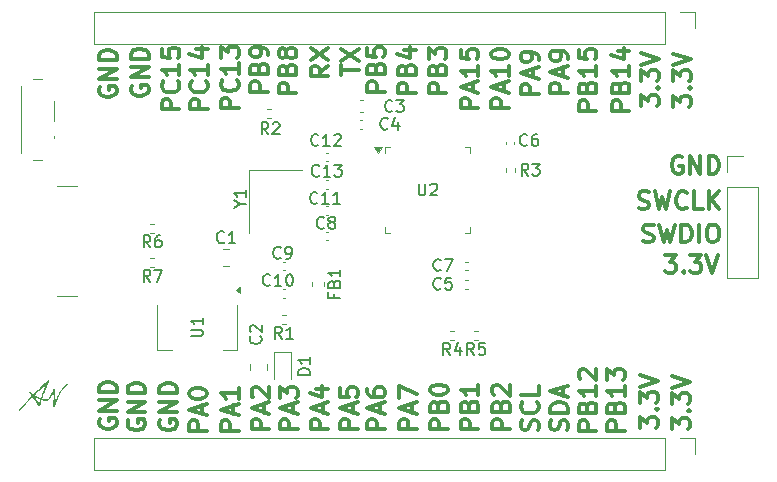
<source format=gbr>
%TF.GenerationSoftware,KiCad,Pcbnew,8.0.0*%
%TF.CreationDate,2024-03-08T02:50:51-08:00*%
%TF.ProjectId,blackpill,626c6163-6b70-4696-9c6c-2e6b69636164,rev?*%
%TF.SameCoordinates,Original*%
%TF.FileFunction,Legend,Top*%
%TF.FilePolarity,Positive*%
%FSLAX46Y46*%
G04 Gerber Fmt 4.6, Leading zero omitted, Abs format (unit mm)*
G04 Created by KiCad (PCBNEW 8.0.0) date 2024-03-08 02:50:51*
%MOMM*%
%LPD*%
G01*
G04 APERTURE LIST*
%ADD10C,0.300000*%
%ADD11C,0.150000*%
%ADD12C,0.120000*%
%ADD13C,0.000000*%
G04 APERTURE END LIST*
D10*
X71200828Y-108245489D02*
X69700828Y-108245489D01*
X69700828Y-108245489D02*
X69700828Y-107674060D01*
X69700828Y-107674060D02*
X69772257Y-107531203D01*
X69772257Y-107531203D02*
X69843685Y-107459774D01*
X69843685Y-107459774D02*
X69986542Y-107388346D01*
X69986542Y-107388346D02*
X70200828Y-107388346D01*
X70200828Y-107388346D02*
X70343685Y-107459774D01*
X70343685Y-107459774D02*
X70415114Y-107531203D01*
X70415114Y-107531203D02*
X70486542Y-107674060D01*
X70486542Y-107674060D02*
X70486542Y-108245489D01*
X70772257Y-106816917D02*
X70772257Y-106102632D01*
X71200828Y-106959774D02*
X69700828Y-106459774D01*
X69700828Y-106459774D02*
X71200828Y-105959774D01*
X69700828Y-105174060D02*
X69700828Y-105031203D01*
X69700828Y-105031203D02*
X69772257Y-104888346D01*
X69772257Y-104888346D02*
X69843685Y-104816918D01*
X69843685Y-104816918D02*
X69986542Y-104745489D01*
X69986542Y-104745489D02*
X70272257Y-104674060D01*
X70272257Y-104674060D02*
X70629400Y-104674060D01*
X70629400Y-104674060D02*
X70915114Y-104745489D01*
X70915114Y-104745489D02*
X71057971Y-104816918D01*
X71057971Y-104816918D02*
X71129400Y-104888346D01*
X71129400Y-104888346D02*
X71200828Y-105031203D01*
X71200828Y-105031203D02*
X71200828Y-105174060D01*
X71200828Y-105174060D02*
X71129400Y-105316918D01*
X71129400Y-105316918D02*
X71057971Y-105388346D01*
X71057971Y-105388346D02*
X70915114Y-105459775D01*
X70915114Y-105459775D02*
X70629400Y-105531203D01*
X70629400Y-105531203D02*
X70272257Y-105531203D01*
X70272257Y-105531203D02*
X69986542Y-105459775D01*
X69986542Y-105459775D02*
X69843685Y-105388346D01*
X69843685Y-105388346D02*
X69772257Y-105316918D01*
X69772257Y-105316918D02*
X69700828Y-105174060D01*
X62172257Y-107259774D02*
X62100828Y-107402632D01*
X62100828Y-107402632D02*
X62100828Y-107616917D01*
X62100828Y-107616917D02*
X62172257Y-107831203D01*
X62172257Y-107831203D02*
X62315114Y-107974060D01*
X62315114Y-107974060D02*
X62457971Y-108045489D01*
X62457971Y-108045489D02*
X62743685Y-108116917D01*
X62743685Y-108116917D02*
X62957971Y-108116917D01*
X62957971Y-108116917D02*
X63243685Y-108045489D01*
X63243685Y-108045489D02*
X63386542Y-107974060D01*
X63386542Y-107974060D02*
X63529400Y-107831203D01*
X63529400Y-107831203D02*
X63600828Y-107616917D01*
X63600828Y-107616917D02*
X63600828Y-107474060D01*
X63600828Y-107474060D02*
X63529400Y-107259774D01*
X63529400Y-107259774D02*
X63457971Y-107188346D01*
X63457971Y-107188346D02*
X62957971Y-107188346D01*
X62957971Y-107188346D02*
X62957971Y-107474060D01*
X63600828Y-106545489D02*
X62100828Y-106545489D01*
X62100828Y-106545489D02*
X63600828Y-105688346D01*
X63600828Y-105688346D02*
X62100828Y-105688346D01*
X63600828Y-104974060D02*
X62100828Y-104974060D01*
X62100828Y-104974060D02*
X62100828Y-104616917D01*
X62100828Y-104616917D02*
X62172257Y-104402631D01*
X62172257Y-104402631D02*
X62315114Y-104259774D01*
X62315114Y-104259774D02*
X62457971Y-104188345D01*
X62457971Y-104188345D02*
X62743685Y-104116917D01*
X62743685Y-104116917D02*
X62957971Y-104116917D01*
X62957971Y-104116917D02*
X63243685Y-104188345D01*
X63243685Y-104188345D02*
X63386542Y-104259774D01*
X63386542Y-104259774D02*
X63529400Y-104402631D01*
X63529400Y-104402631D02*
X63600828Y-104616917D01*
X63600828Y-104616917D02*
X63600828Y-104974060D01*
X64572257Y-107359774D02*
X64500828Y-107502632D01*
X64500828Y-107502632D02*
X64500828Y-107716917D01*
X64500828Y-107716917D02*
X64572257Y-107931203D01*
X64572257Y-107931203D02*
X64715114Y-108074060D01*
X64715114Y-108074060D02*
X64857971Y-108145489D01*
X64857971Y-108145489D02*
X65143685Y-108216917D01*
X65143685Y-108216917D02*
X65357971Y-108216917D01*
X65357971Y-108216917D02*
X65643685Y-108145489D01*
X65643685Y-108145489D02*
X65786542Y-108074060D01*
X65786542Y-108074060D02*
X65929400Y-107931203D01*
X65929400Y-107931203D02*
X66000828Y-107716917D01*
X66000828Y-107716917D02*
X66000828Y-107574060D01*
X66000828Y-107574060D02*
X65929400Y-107359774D01*
X65929400Y-107359774D02*
X65857971Y-107288346D01*
X65857971Y-107288346D02*
X65357971Y-107288346D01*
X65357971Y-107288346D02*
X65357971Y-107574060D01*
X66000828Y-106645489D02*
X64500828Y-106645489D01*
X64500828Y-106645489D02*
X66000828Y-105788346D01*
X66000828Y-105788346D02*
X64500828Y-105788346D01*
X66000828Y-105074060D02*
X64500828Y-105074060D01*
X64500828Y-105074060D02*
X64500828Y-104716917D01*
X64500828Y-104716917D02*
X64572257Y-104502631D01*
X64572257Y-104502631D02*
X64715114Y-104359774D01*
X64715114Y-104359774D02*
X64857971Y-104288345D01*
X64857971Y-104288345D02*
X65143685Y-104216917D01*
X65143685Y-104216917D02*
X65357971Y-104216917D01*
X65357971Y-104216917D02*
X65643685Y-104288345D01*
X65643685Y-104288345D02*
X65786542Y-104359774D01*
X65786542Y-104359774D02*
X65929400Y-104502631D01*
X65929400Y-104502631D02*
X66000828Y-104716917D01*
X66000828Y-104716917D02*
X66000828Y-105074060D01*
X67272257Y-107359774D02*
X67200828Y-107502632D01*
X67200828Y-107502632D02*
X67200828Y-107716917D01*
X67200828Y-107716917D02*
X67272257Y-107931203D01*
X67272257Y-107931203D02*
X67415114Y-108074060D01*
X67415114Y-108074060D02*
X67557971Y-108145489D01*
X67557971Y-108145489D02*
X67843685Y-108216917D01*
X67843685Y-108216917D02*
X68057971Y-108216917D01*
X68057971Y-108216917D02*
X68343685Y-108145489D01*
X68343685Y-108145489D02*
X68486542Y-108074060D01*
X68486542Y-108074060D02*
X68629400Y-107931203D01*
X68629400Y-107931203D02*
X68700828Y-107716917D01*
X68700828Y-107716917D02*
X68700828Y-107574060D01*
X68700828Y-107574060D02*
X68629400Y-107359774D01*
X68629400Y-107359774D02*
X68557971Y-107288346D01*
X68557971Y-107288346D02*
X68057971Y-107288346D01*
X68057971Y-107288346D02*
X68057971Y-107574060D01*
X68700828Y-106645489D02*
X67200828Y-106645489D01*
X67200828Y-106645489D02*
X68700828Y-105788346D01*
X68700828Y-105788346D02*
X67200828Y-105788346D01*
X68700828Y-105074060D02*
X67200828Y-105074060D01*
X67200828Y-105074060D02*
X67200828Y-104716917D01*
X67200828Y-104716917D02*
X67272257Y-104502631D01*
X67272257Y-104502631D02*
X67415114Y-104359774D01*
X67415114Y-104359774D02*
X67557971Y-104288345D01*
X67557971Y-104288345D02*
X67843685Y-104216917D01*
X67843685Y-104216917D02*
X68057971Y-104216917D01*
X68057971Y-104216917D02*
X68343685Y-104288345D01*
X68343685Y-104288345D02*
X68486542Y-104359774D01*
X68486542Y-104359774D02*
X68629400Y-104502631D01*
X68629400Y-104502631D02*
X68700828Y-104716917D01*
X68700828Y-104716917D02*
X68700828Y-105074060D01*
X73900828Y-108245489D02*
X72400828Y-108245489D01*
X72400828Y-108245489D02*
X72400828Y-107674060D01*
X72400828Y-107674060D02*
X72472257Y-107531203D01*
X72472257Y-107531203D02*
X72543685Y-107459774D01*
X72543685Y-107459774D02*
X72686542Y-107388346D01*
X72686542Y-107388346D02*
X72900828Y-107388346D01*
X72900828Y-107388346D02*
X73043685Y-107459774D01*
X73043685Y-107459774D02*
X73115114Y-107531203D01*
X73115114Y-107531203D02*
X73186542Y-107674060D01*
X73186542Y-107674060D02*
X73186542Y-108245489D01*
X73472257Y-106816917D02*
X73472257Y-106102632D01*
X73900828Y-106959774D02*
X72400828Y-106459774D01*
X72400828Y-106459774D02*
X73900828Y-105959774D01*
X73900828Y-104674060D02*
X73900828Y-105531203D01*
X73900828Y-105102632D02*
X72400828Y-105102632D01*
X72400828Y-105102632D02*
X72615114Y-105245489D01*
X72615114Y-105245489D02*
X72757971Y-105388346D01*
X72757971Y-105388346D02*
X72829400Y-105531203D01*
X76500828Y-108145489D02*
X75000828Y-108145489D01*
X75000828Y-108145489D02*
X75000828Y-107574060D01*
X75000828Y-107574060D02*
X75072257Y-107431203D01*
X75072257Y-107431203D02*
X75143685Y-107359774D01*
X75143685Y-107359774D02*
X75286542Y-107288346D01*
X75286542Y-107288346D02*
X75500828Y-107288346D01*
X75500828Y-107288346D02*
X75643685Y-107359774D01*
X75643685Y-107359774D02*
X75715114Y-107431203D01*
X75715114Y-107431203D02*
X75786542Y-107574060D01*
X75786542Y-107574060D02*
X75786542Y-108145489D01*
X76072257Y-106716917D02*
X76072257Y-106002632D01*
X76500828Y-106859774D02*
X75000828Y-106359774D01*
X75000828Y-106359774D02*
X76500828Y-105859774D01*
X75143685Y-105431203D02*
X75072257Y-105359775D01*
X75072257Y-105359775D02*
X75000828Y-105216918D01*
X75000828Y-105216918D02*
X75000828Y-104859775D01*
X75000828Y-104859775D02*
X75072257Y-104716918D01*
X75072257Y-104716918D02*
X75143685Y-104645489D01*
X75143685Y-104645489D02*
X75286542Y-104574060D01*
X75286542Y-104574060D02*
X75429400Y-104574060D01*
X75429400Y-104574060D02*
X75643685Y-104645489D01*
X75643685Y-104645489D02*
X76500828Y-105502632D01*
X76500828Y-105502632D02*
X76500828Y-104574060D01*
X78900828Y-108145489D02*
X77400828Y-108145489D01*
X77400828Y-108145489D02*
X77400828Y-107574060D01*
X77400828Y-107574060D02*
X77472257Y-107431203D01*
X77472257Y-107431203D02*
X77543685Y-107359774D01*
X77543685Y-107359774D02*
X77686542Y-107288346D01*
X77686542Y-107288346D02*
X77900828Y-107288346D01*
X77900828Y-107288346D02*
X78043685Y-107359774D01*
X78043685Y-107359774D02*
X78115114Y-107431203D01*
X78115114Y-107431203D02*
X78186542Y-107574060D01*
X78186542Y-107574060D02*
X78186542Y-108145489D01*
X78472257Y-106716917D02*
X78472257Y-106002632D01*
X78900828Y-106859774D02*
X77400828Y-106359774D01*
X77400828Y-106359774D02*
X78900828Y-105859774D01*
X77400828Y-105502632D02*
X77400828Y-104574060D01*
X77400828Y-104574060D02*
X77972257Y-105074060D01*
X77972257Y-105074060D02*
X77972257Y-104859775D01*
X77972257Y-104859775D02*
X78043685Y-104716918D01*
X78043685Y-104716918D02*
X78115114Y-104645489D01*
X78115114Y-104645489D02*
X78257971Y-104574060D01*
X78257971Y-104574060D02*
X78615114Y-104574060D01*
X78615114Y-104574060D02*
X78757971Y-104645489D01*
X78757971Y-104645489D02*
X78829400Y-104716918D01*
X78829400Y-104716918D02*
X78900828Y-104859775D01*
X78900828Y-104859775D02*
X78900828Y-105288346D01*
X78900828Y-105288346D02*
X78829400Y-105431203D01*
X78829400Y-105431203D02*
X78757971Y-105502632D01*
X81500828Y-108145489D02*
X80000828Y-108145489D01*
X80000828Y-108145489D02*
X80000828Y-107574060D01*
X80000828Y-107574060D02*
X80072257Y-107431203D01*
X80072257Y-107431203D02*
X80143685Y-107359774D01*
X80143685Y-107359774D02*
X80286542Y-107288346D01*
X80286542Y-107288346D02*
X80500828Y-107288346D01*
X80500828Y-107288346D02*
X80643685Y-107359774D01*
X80643685Y-107359774D02*
X80715114Y-107431203D01*
X80715114Y-107431203D02*
X80786542Y-107574060D01*
X80786542Y-107574060D02*
X80786542Y-108145489D01*
X81072257Y-106716917D02*
X81072257Y-106002632D01*
X81500828Y-106859774D02*
X80000828Y-106359774D01*
X80000828Y-106359774D02*
X81500828Y-105859774D01*
X80500828Y-104716918D02*
X81500828Y-104716918D01*
X79929400Y-105074060D02*
X81000828Y-105431203D01*
X81000828Y-105431203D02*
X81000828Y-104502632D01*
X84000828Y-108145489D02*
X82500828Y-108145489D01*
X82500828Y-108145489D02*
X82500828Y-107574060D01*
X82500828Y-107574060D02*
X82572257Y-107431203D01*
X82572257Y-107431203D02*
X82643685Y-107359774D01*
X82643685Y-107359774D02*
X82786542Y-107288346D01*
X82786542Y-107288346D02*
X83000828Y-107288346D01*
X83000828Y-107288346D02*
X83143685Y-107359774D01*
X83143685Y-107359774D02*
X83215114Y-107431203D01*
X83215114Y-107431203D02*
X83286542Y-107574060D01*
X83286542Y-107574060D02*
X83286542Y-108145489D01*
X83572257Y-106716917D02*
X83572257Y-106002632D01*
X84000828Y-106859774D02*
X82500828Y-106359774D01*
X82500828Y-106359774D02*
X84000828Y-105859774D01*
X82500828Y-104645489D02*
X82500828Y-105359775D01*
X82500828Y-105359775D02*
X83215114Y-105431203D01*
X83215114Y-105431203D02*
X83143685Y-105359775D01*
X83143685Y-105359775D02*
X83072257Y-105216918D01*
X83072257Y-105216918D02*
X83072257Y-104859775D01*
X83072257Y-104859775D02*
X83143685Y-104716918D01*
X83143685Y-104716918D02*
X83215114Y-104645489D01*
X83215114Y-104645489D02*
X83357971Y-104574060D01*
X83357971Y-104574060D02*
X83715114Y-104574060D01*
X83715114Y-104574060D02*
X83857971Y-104645489D01*
X83857971Y-104645489D02*
X83929400Y-104716918D01*
X83929400Y-104716918D02*
X84000828Y-104859775D01*
X84000828Y-104859775D02*
X84000828Y-105216918D01*
X84000828Y-105216918D02*
X83929400Y-105359775D01*
X83929400Y-105359775D02*
X83857971Y-105431203D01*
X86300828Y-108145489D02*
X84800828Y-108145489D01*
X84800828Y-108145489D02*
X84800828Y-107574060D01*
X84800828Y-107574060D02*
X84872257Y-107431203D01*
X84872257Y-107431203D02*
X84943685Y-107359774D01*
X84943685Y-107359774D02*
X85086542Y-107288346D01*
X85086542Y-107288346D02*
X85300828Y-107288346D01*
X85300828Y-107288346D02*
X85443685Y-107359774D01*
X85443685Y-107359774D02*
X85515114Y-107431203D01*
X85515114Y-107431203D02*
X85586542Y-107574060D01*
X85586542Y-107574060D02*
X85586542Y-108145489D01*
X85872257Y-106716917D02*
X85872257Y-106002632D01*
X86300828Y-106859774D02*
X84800828Y-106359774D01*
X84800828Y-106359774D02*
X86300828Y-105859774D01*
X84800828Y-104716918D02*
X84800828Y-105002632D01*
X84800828Y-105002632D02*
X84872257Y-105145489D01*
X84872257Y-105145489D02*
X84943685Y-105216918D01*
X84943685Y-105216918D02*
X85157971Y-105359775D01*
X85157971Y-105359775D02*
X85443685Y-105431203D01*
X85443685Y-105431203D02*
X86015114Y-105431203D01*
X86015114Y-105431203D02*
X86157971Y-105359775D01*
X86157971Y-105359775D02*
X86229400Y-105288346D01*
X86229400Y-105288346D02*
X86300828Y-105145489D01*
X86300828Y-105145489D02*
X86300828Y-104859775D01*
X86300828Y-104859775D02*
X86229400Y-104716918D01*
X86229400Y-104716918D02*
X86157971Y-104645489D01*
X86157971Y-104645489D02*
X86015114Y-104574060D01*
X86015114Y-104574060D02*
X85657971Y-104574060D01*
X85657971Y-104574060D02*
X85515114Y-104645489D01*
X85515114Y-104645489D02*
X85443685Y-104716918D01*
X85443685Y-104716918D02*
X85372257Y-104859775D01*
X85372257Y-104859775D02*
X85372257Y-105145489D01*
X85372257Y-105145489D02*
X85443685Y-105288346D01*
X85443685Y-105288346D02*
X85515114Y-105359775D01*
X85515114Y-105359775D02*
X85657971Y-105431203D01*
X89000828Y-108145489D02*
X87500828Y-108145489D01*
X87500828Y-108145489D02*
X87500828Y-107574060D01*
X87500828Y-107574060D02*
X87572257Y-107431203D01*
X87572257Y-107431203D02*
X87643685Y-107359774D01*
X87643685Y-107359774D02*
X87786542Y-107288346D01*
X87786542Y-107288346D02*
X88000828Y-107288346D01*
X88000828Y-107288346D02*
X88143685Y-107359774D01*
X88143685Y-107359774D02*
X88215114Y-107431203D01*
X88215114Y-107431203D02*
X88286542Y-107574060D01*
X88286542Y-107574060D02*
X88286542Y-108145489D01*
X88572257Y-106716917D02*
X88572257Y-106002632D01*
X89000828Y-106859774D02*
X87500828Y-106359774D01*
X87500828Y-106359774D02*
X89000828Y-105859774D01*
X87500828Y-105502632D02*
X87500828Y-104502632D01*
X87500828Y-104502632D02*
X89000828Y-105145489D01*
X106600828Y-108245489D02*
X105100828Y-108245489D01*
X105100828Y-108245489D02*
X105100828Y-107674060D01*
X105100828Y-107674060D02*
X105172257Y-107531203D01*
X105172257Y-107531203D02*
X105243685Y-107459774D01*
X105243685Y-107459774D02*
X105386542Y-107388346D01*
X105386542Y-107388346D02*
X105600828Y-107388346D01*
X105600828Y-107388346D02*
X105743685Y-107459774D01*
X105743685Y-107459774D02*
X105815114Y-107531203D01*
X105815114Y-107531203D02*
X105886542Y-107674060D01*
X105886542Y-107674060D02*
X105886542Y-108245489D01*
X105815114Y-106245489D02*
X105886542Y-106031203D01*
X105886542Y-106031203D02*
X105957971Y-105959774D01*
X105957971Y-105959774D02*
X106100828Y-105888346D01*
X106100828Y-105888346D02*
X106315114Y-105888346D01*
X106315114Y-105888346D02*
X106457971Y-105959774D01*
X106457971Y-105959774D02*
X106529400Y-106031203D01*
X106529400Y-106031203D02*
X106600828Y-106174060D01*
X106600828Y-106174060D02*
X106600828Y-106745489D01*
X106600828Y-106745489D02*
X105100828Y-106745489D01*
X105100828Y-106745489D02*
X105100828Y-106245489D01*
X105100828Y-106245489D02*
X105172257Y-106102632D01*
X105172257Y-106102632D02*
X105243685Y-106031203D01*
X105243685Y-106031203D02*
X105386542Y-105959774D01*
X105386542Y-105959774D02*
X105529400Y-105959774D01*
X105529400Y-105959774D02*
X105672257Y-106031203D01*
X105672257Y-106031203D02*
X105743685Y-106102632D01*
X105743685Y-106102632D02*
X105815114Y-106245489D01*
X105815114Y-106245489D02*
X105815114Y-106745489D01*
X106600828Y-104459774D02*
X106600828Y-105316917D01*
X106600828Y-104888346D02*
X105100828Y-104888346D01*
X105100828Y-104888346D02*
X105315114Y-105031203D01*
X105315114Y-105031203D02*
X105457971Y-105174060D01*
X105457971Y-105174060D02*
X105529400Y-105316917D01*
X105100828Y-103959775D02*
X105100828Y-103031203D01*
X105100828Y-103031203D02*
X105672257Y-103531203D01*
X105672257Y-103531203D02*
X105672257Y-103316918D01*
X105672257Y-103316918D02*
X105743685Y-103174061D01*
X105743685Y-103174061D02*
X105815114Y-103102632D01*
X105815114Y-103102632D02*
X105957971Y-103031203D01*
X105957971Y-103031203D02*
X106315114Y-103031203D01*
X106315114Y-103031203D02*
X106457971Y-103102632D01*
X106457971Y-103102632D02*
X106529400Y-103174061D01*
X106529400Y-103174061D02*
X106600828Y-103316918D01*
X106600828Y-103316918D02*
X106600828Y-103745489D01*
X106600828Y-103745489D02*
X106529400Y-103888346D01*
X106529400Y-103888346D02*
X106457971Y-103959775D01*
X104200828Y-108245489D02*
X102700828Y-108245489D01*
X102700828Y-108245489D02*
X102700828Y-107674060D01*
X102700828Y-107674060D02*
X102772257Y-107531203D01*
X102772257Y-107531203D02*
X102843685Y-107459774D01*
X102843685Y-107459774D02*
X102986542Y-107388346D01*
X102986542Y-107388346D02*
X103200828Y-107388346D01*
X103200828Y-107388346D02*
X103343685Y-107459774D01*
X103343685Y-107459774D02*
X103415114Y-107531203D01*
X103415114Y-107531203D02*
X103486542Y-107674060D01*
X103486542Y-107674060D02*
X103486542Y-108245489D01*
X103415114Y-106245489D02*
X103486542Y-106031203D01*
X103486542Y-106031203D02*
X103557971Y-105959774D01*
X103557971Y-105959774D02*
X103700828Y-105888346D01*
X103700828Y-105888346D02*
X103915114Y-105888346D01*
X103915114Y-105888346D02*
X104057971Y-105959774D01*
X104057971Y-105959774D02*
X104129400Y-106031203D01*
X104129400Y-106031203D02*
X104200828Y-106174060D01*
X104200828Y-106174060D02*
X104200828Y-106745489D01*
X104200828Y-106745489D02*
X102700828Y-106745489D01*
X102700828Y-106745489D02*
X102700828Y-106245489D01*
X102700828Y-106245489D02*
X102772257Y-106102632D01*
X102772257Y-106102632D02*
X102843685Y-106031203D01*
X102843685Y-106031203D02*
X102986542Y-105959774D01*
X102986542Y-105959774D02*
X103129400Y-105959774D01*
X103129400Y-105959774D02*
X103272257Y-106031203D01*
X103272257Y-106031203D02*
X103343685Y-106102632D01*
X103343685Y-106102632D02*
X103415114Y-106245489D01*
X103415114Y-106245489D02*
X103415114Y-106745489D01*
X104200828Y-104459774D02*
X104200828Y-105316917D01*
X104200828Y-104888346D02*
X102700828Y-104888346D01*
X102700828Y-104888346D02*
X102915114Y-105031203D01*
X102915114Y-105031203D02*
X103057971Y-105174060D01*
X103057971Y-105174060D02*
X103129400Y-105316917D01*
X102843685Y-103888346D02*
X102772257Y-103816918D01*
X102772257Y-103816918D02*
X102700828Y-103674061D01*
X102700828Y-103674061D02*
X102700828Y-103316918D01*
X102700828Y-103316918D02*
X102772257Y-103174061D01*
X102772257Y-103174061D02*
X102843685Y-103102632D01*
X102843685Y-103102632D02*
X102986542Y-103031203D01*
X102986542Y-103031203D02*
X103129400Y-103031203D01*
X103129400Y-103031203D02*
X103343685Y-103102632D01*
X103343685Y-103102632D02*
X104200828Y-103959775D01*
X104200828Y-103959775D02*
X104200828Y-103031203D01*
X101729400Y-108216917D02*
X101800828Y-108002632D01*
X101800828Y-108002632D02*
X101800828Y-107645489D01*
X101800828Y-107645489D02*
X101729400Y-107502632D01*
X101729400Y-107502632D02*
X101657971Y-107431203D01*
X101657971Y-107431203D02*
X101515114Y-107359774D01*
X101515114Y-107359774D02*
X101372257Y-107359774D01*
X101372257Y-107359774D02*
X101229400Y-107431203D01*
X101229400Y-107431203D02*
X101157971Y-107502632D01*
X101157971Y-107502632D02*
X101086542Y-107645489D01*
X101086542Y-107645489D02*
X101015114Y-107931203D01*
X101015114Y-107931203D02*
X100943685Y-108074060D01*
X100943685Y-108074060D02*
X100872257Y-108145489D01*
X100872257Y-108145489D02*
X100729400Y-108216917D01*
X100729400Y-108216917D02*
X100586542Y-108216917D01*
X100586542Y-108216917D02*
X100443685Y-108145489D01*
X100443685Y-108145489D02*
X100372257Y-108074060D01*
X100372257Y-108074060D02*
X100300828Y-107931203D01*
X100300828Y-107931203D02*
X100300828Y-107574060D01*
X100300828Y-107574060D02*
X100372257Y-107359774D01*
X101800828Y-106716918D02*
X100300828Y-106716918D01*
X100300828Y-106716918D02*
X100300828Y-106359775D01*
X100300828Y-106359775D02*
X100372257Y-106145489D01*
X100372257Y-106145489D02*
X100515114Y-106002632D01*
X100515114Y-106002632D02*
X100657971Y-105931203D01*
X100657971Y-105931203D02*
X100943685Y-105859775D01*
X100943685Y-105859775D02*
X101157971Y-105859775D01*
X101157971Y-105859775D02*
X101443685Y-105931203D01*
X101443685Y-105931203D02*
X101586542Y-106002632D01*
X101586542Y-106002632D02*
X101729400Y-106145489D01*
X101729400Y-106145489D02*
X101800828Y-106359775D01*
X101800828Y-106359775D02*
X101800828Y-106716918D01*
X101372257Y-105288346D02*
X101372257Y-104574061D01*
X101800828Y-105431203D02*
X100300828Y-104931203D01*
X100300828Y-104931203D02*
X101800828Y-104431203D01*
X99229400Y-108216917D02*
X99300828Y-108002632D01*
X99300828Y-108002632D02*
X99300828Y-107645489D01*
X99300828Y-107645489D02*
X99229400Y-107502632D01*
X99229400Y-107502632D02*
X99157971Y-107431203D01*
X99157971Y-107431203D02*
X99015114Y-107359774D01*
X99015114Y-107359774D02*
X98872257Y-107359774D01*
X98872257Y-107359774D02*
X98729400Y-107431203D01*
X98729400Y-107431203D02*
X98657971Y-107502632D01*
X98657971Y-107502632D02*
X98586542Y-107645489D01*
X98586542Y-107645489D02*
X98515114Y-107931203D01*
X98515114Y-107931203D02*
X98443685Y-108074060D01*
X98443685Y-108074060D02*
X98372257Y-108145489D01*
X98372257Y-108145489D02*
X98229400Y-108216917D01*
X98229400Y-108216917D02*
X98086542Y-108216917D01*
X98086542Y-108216917D02*
X97943685Y-108145489D01*
X97943685Y-108145489D02*
X97872257Y-108074060D01*
X97872257Y-108074060D02*
X97800828Y-107931203D01*
X97800828Y-107931203D02*
X97800828Y-107574060D01*
X97800828Y-107574060D02*
X97872257Y-107359774D01*
X99157971Y-105859775D02*
X99229400Y-105931203D01*
X99229400Y-105931203D02*
X99300828Y-106145489D01*
X99300828Y-106145489D02*
X99300828Y-106288346D01*
X99300828Y-106288346D02*
X99229400Y-106502632D01*
X99229400Y-106502632D02*
X99086542Y-106645489D01*
X99086542Y-106645489D02*
X98943685Y-106716918D01*
X98943685Y-106716918D02*
X98657971Y-106788346D01*
X98657971Y-106788346D02*
X98443685Y-106788346D01*
X98443685Y-106788346D02*
X98157971Y-106716918D01*
X98157971Y-106716918D02*
X98015114Y-106645489D01*
X98015114Y-106645489D02*
X97872257Y-106502632D01*
X97872257Y-106502632D02*
X97800828Y-106288346D01*
X97800828Y-106288346D02*
X97800828Y-106145489D01*
X97800828Y-106145489D02*
X97872257Y-105931203D01*
X97872257Y-105931203D02*
X97943685Y-105859775D01*
X99300828Y-104502632D02*
X99300828Y-105216918D01*
X99300828Y-105216918D02*
X97800828Y-105216918D01*
X108000828Y-80788346D02*
X108000828Y-79859774D01*
X108000828Y-79859774D02*
X108572257Y-80359774D01*
X108572257Y-80359774D02*
X108572257Y-80145489D01*
X108572257Y-80145489D02*
X108643685Y-80002632D01*
X108643685Y-80002632D02*
X108715114Y-79931203D01*
X108715114Y-79931203D02*
X108857971Y-79859774D01*
X108857971Y-79859774D02*
X109215114Y-79859774D01*
X109215114Y-79859774D02*
X109357971Y-79931203D01*
X109357971Y-79931203D02*
X109429400Y-80002632D01*
X109429400Y-80002632D02*
X109500828Y-80145489D01*
X109500828Y-80145489D02*
X109500828Y-80574060D01*
X109500828Y-80574060D02*
X109429400Y-80716917D01*
X109429400Y-80716917D02*
X109357971Y-80788346D01*
X109357971Y-79216918D02*
X109429400Y-79145489D01*
X109429400Y-79145489D02*
X109500828Y-79216918D01*
X109500828Y-79216918D02*
X109429400Y-79288346D01*
X109429400Y-79288346D02*
X109357971Y-79216918D01*
X109357971Y-79216918D02*
X109500828Y-79216918D01*
X108000828Y-78645489D02*
X108000828Y-77716917D01*
X108000828Y-77716917D02*
X108572257Y-78216917D01*
X108572257Y-78216917D02*
X108572257Y-78002632D01*
X108572257Y-78002632D02*
X108643685Y-77859775D01*
X108643685Y-77859775D02*
X108715114Y-77788346D01*
X108715114Y-77788346D02*
X108857971Y-77716917D01*
X108857971Y-77716917D02*
X109215114Y-77716917D01*
X109215114Y-77716917D02*
X109357971Y-77788346D01*
X109357971Y-77788346D02*
X109429400Y-77859775D01*
X109429400Y-77859775D02*
X109500828Y-78002632D01*
X109500828Y-78002632D02*
X109500828Y-78431203D01*
X109500828Y-78431203D02*
X109429400Y-78574060D01*
X109429400Y-78574060D02*
X109357971Y-78645489D01*
X108000828Y-77288346D02*
X109500828Y-76788346D01*
X109500828Y-76788346D02*
X108000828Y-76288346D01*
X68900828Y-81045489D02*
X67400828Y-81045489D01*
X67400828Y-81045489D02*
X67400828Y-80474060D01*
X67400828Y-80474060D02*
X67472257Y-80331203D01*
X67472257Y-80331203D02*
X67543685Y-80259774D01*
X67543685Y-80259774D02*
X67686542Y-80188346D01*
X67686542Y-80188346D02*
X67900828Y-80188346D01*
X67900828Y-80188346D02*
X68043685Y-80259774D01*
X68043685Y-80259774D02*
X68115114Y-80331203D01*
X68115114Y-80331203D02*
X68186542Y-80474060D01*
X68186542Y-80474060D02*
X68186542Y-81045489D01*
X68757971Y-78688346D02*
X68829400Y-78759774D01*
X68829400Y-78759774D02*
X68900828Y-78974060D01*
X68900828Y-78974060D02*
X68900828Y-79116917D01*
X68900828Y-79116917D02*
X68829400Y-79331203D01*
X68829400Y-79331203D02*
X68686542Y-79474060D01*
X68686542Y-79474060D02*
X68543685Y-79545489D01*
X68543685Y-79545489D02*
X68257971Y-79616917D01*
X68257971Y-79616917D02*
X68043685Y-79616917D01*
X68043685Y-79616917D02*
X67757971Y-79545489D01*
X67757971Y-79545489D02*
X67615114Y-79474060D01*
X67615114Y-79474060D02*
X67472257Y-79331203D01*
X67472257Y-79331203D02*
X67400828Y-79116917D01*
X67400828Y-79116917D02*
X67400828Y-78974060D01*
X67400828Y-78974060D02*
X67472257Y-78759774D01*
X67472257Y-78759774D02*
X67543685Y-78688346D01*
X68900828Y-77259774D02*
X68900828Y-78116917D01*
X68900828Y-77688346D02*
X67400828Y-77688346D01*
X67400828Y-77688346D02*
X67615114Y-77831203D01*
X67615114Y-77831203D02*
X67757971Y-77974060D01*
X67757971Y-77974060D02*
X67829400Y-78116917D01*
X67400828Y-75902632D02*
X67400828Y-76616918D01*
X67400828Y-76616918D02*
X68115114Y-76688346D01*
X68115114Y-76688346D02*
X68043685Y-76616918D01*
X68043685Y-76616918D02*
X67972257Y-76474061D01*
X67972257Y-76474061D02*
X67972257Y-76116918D01*
X67972257Y-76116918D02*
X68043685Y-75974061D01*
X68043685Y-75974061D02*
X68115114Y-75902632D01*
X68115114Y-75902632D02*
X68257971Y-75831203D01*
X68257971Y-75831203D02*
X68615114Y-75831203D01*
X68615114Y-75831203D02*
X68757971Y-75902632D01*
X68757971Y-75902632D02*
X68829400Y-75974061D01*
X68829400Y-75974061D02*
X68900828Y-76116918D01*
X68900828Y-76116918D02*
X68900828Y-76474061D01*
X68900828Y-76474061D02*
X68829400Y-76616918D01*
X68829400Y-76616918D02*
X68757971Y-76688346D01*
X71300828Y-81045489D02*
X69800828Y-81045489D01*
X69800828Y-81045489D02*
X69800828Y-80474060D01*
X69800828Y-80474060D02*
X69872257Y-80331203D01*
X69872257Y-80331203D02*
X69943685Y-80259774D01*
X69943685Y-80259774D02*
X70086542Y-80188346D01*
X70086542Y-80188346D02*
X70300828Y-80188346D01*
X70300828Y-80188346D02*
X70443685Y-80259774D01*
X70443685Y-80259774D02*
X70515114Y-80331203D01*
X70515114Y-80331203D02*
X70586542Y-80474060D01*
X70586542Y-80474060D02*
X70586542Y-81045489D01*
X71157971Y-78688346D02*
X71229400Y-78759774D01*
X71229400Y-78759774D02*
X71300828Y-78974060D01*
X71300828Y-78974060D02*
X71300828Y-79116917D01*
X71300828Y-79116917D02*
X71229400Y-79331203D01*
X71229400Y-79331203D02*
X71086542Y-79474060D01*
X71086542Y-79474060D02*
X70943685Y-79545489D01*
X70943685Y-79545489D02*
X70657971Y-79616917D01*
X70657971Y-79616917D02*
X70443685Y-79616917D01*
X70443685Y-79616917D02*
X70157971Y-79545489D01*
X70157971Y-79545489D02*
X70015114Y-79474060D01*
X70015114Y-79474060D02*
X69872257Y-79331203D01*
X69872257Y-79331203D02*
X69800828Y-79116917D01*
X69800828Y-79116917D02*
X69800828Y-78974060D01*
X69800828Y-78974060D02*
X69872257Y-78759774D01*
X69872257Y-78759774D02*
X69943685Y-78688346D01*
X71300828Y-77259774D02*
X71300828Y-78116917D01*
X71300828Y-77688346D02*
X69800828Y-77688346D01*
X69800828Y-77688346D02*
X70015114Y-77831203D01*
X70015114Y-77831203D02*
X70157971Y-77974060D01*
X70157971Y-77974060D02*
X70229400Y-78116917D01*
X70300828Y-75974061D02*
X71300828Y-75974061D01*
X69729400Y-76331203D02*
X70800828Y-76688346D01*
X70800828Y-76688346D02*
X70800828Y-75759775D01*
X73900828Y-80945489D02*
X72400828Y-80945489D01*
X72400828Y-80945489D02*
X72400828Y-80374060D01*
X72400828Y-80374060D02*
X72472257Y-80231203D01*
X72472257Y-80231203D02*
X72543685Y-80159774D01*
X72543685Y-80159774D02*
X72686542Y-80088346D01*
X72686542Y-80088346D02*
X72900828Y-80088346D01*
X72900828Y-80088346D02*
X73043685Y-80159774D01*
X73043685Y-80159774D02*
X73115114Y-80231203D01*
X73115114Y-80231203D02*
X73186542Y-80374060D01*
X73186542Y-80374060D02*
X73186542Y-80945489D01*
X73757971Y-78588346D02*
X73829400Y-78659774D01*
X73829400Y-78659774D02*
X73900828Y-78874060D01*
X73900828Y-78874060D02*
X73900828Y-79016917D01*
X73900828Y-79016917D02*
X73829400Y-79231203D01*
X73829400Y-79231203D02*
X73686542Y-79374060D01*
X73686542Y-79374060D02*
X73543685Y-79445489D01*
X73543685Y-79445489D02*
X73257971Y-79516917D01*
X73257971Y-79516917D02*
X73043685Y-79516917D01*
X73043685Y-79516917D02*
X72757971Y-79445489D01*
X72757971Y-79445489D02*
X72615114Y-79374060D01*
X72615114Y-79374060D02*
X72472257Y-79231203D01*
X72472257Y-79231203D02*
X72400828Y-79016917D01*
X72400828Y-79016917D02*
X72400828Y-78874060D01*
X72400828Y-78874060D02*
X72472257Y-78659774D01*
X72472257Y-78659774D02*
X72543685Y-78588346D01*
X73900828Y-77159774D02*
X73900828Y-78016917D01*
X73900828Y-77588346D02*
X72400828Y-77588346D01*
X72400828Y-77588346D02*
X72615114Y-77731203D01*
X72615114Y-77731203D02*
X72757971Y-77874060D01*
X72757971Y-77874060D02*
X72829400Y-78016917D01*
X72400828Y-76659775D02*
X72400828Y-75731203D01*
X72400828Y-75731203D02*
X72972257Y-76231203D01*
X72972257Y-76231203D02*
X72972257Y-76016918D01*
X72972257Y-76016918D02*
X73043685Y-75874061D01*
X73043685Y-75874061D02*
X73115114Y-75802632D01*
X73115114Y-75802632D02*
X73257971Y-75731203D01*
X73257971Y-75731203D02*
X73615114Y-75731203D01*
X73615114Y-75731203D02*
X73757971Y-75802632D01*
X73757971Y-75802632D02*
X73829400Y-75874061D01*
X73829400Y-75874061D02*
X73900828Y-76016918D01*
X73900828Y-76016918D02*
X73900828Y-76445489D01*
X73900828Y-76445489D02*
X73829400Y-76588346D01*
X73829400Y-76588346D02*
X73757971Y-76659775D01*
X81500828Y-77388346D02*
X80786542Y-77888346D01*
X81500828Y-78245489D02*
X80000828Y-78245489D01*
X80000828Y-78245489D02*
X80000828Y-77674060D01*
X80000828Y-77674060D02*
X80072257Y-77531203D01*
X80072257Y-77531203D02*
X80143685Y-77459774D01*
X80143685Y-77459774D02*
X80286542Y-77388346D01*
X80286542Y-77388346D02*
X80500828Y-77388346D01*
X80500828Y-77388346D02*
X80643685Y-77459774D01*
X80643685Y-77459774D02*
X80715114Y-77531203D01*
X80715114Y-77531203D02*
X80786542Y-77674060D01*
X80786542Y-77674060D02*
X80786542Y-78245489D01*
X80000828Y-76888346D02*
X81500828Y-75888346D01*
X80000828Y-75888346D02*
X81500828Y-76888346D01*
X82600828Y-78159774D02*
X82600828Y-77302632D01*
X84100828Y-77731203D02*
X82600828Y-77731203D01*
X82600828Y-76945489D02*
X84100828Y-75945489D01*
X82600828Y-75945489D02*
X84100828Y-76945489D01*
X94200828Y-80945489D02*
X92700828Y-80945489D01*
X92700828Y-80945489D02*
X92700828Y-80374060D01*
X92700828Y-80374060D02*
X92772257Y-80231203D01*
X92772257Y-80231203D02*
X92843685Y-80159774D01*
X92843685Y-80159774D02*
X92986542Y-80088346D01*
X92986542Y-80088346D02*
X93200828Y-80088346D01*
X93200828Y-80088346D02*
X93343685Y-80159774D01*
X93343685Y-80159774D02*
X93415114Y-80231203D01*
X93415114Y-80231203D02*
X93486542Y-80374060D01*
X93486542Y-80374060D02*
X93486542Y-80945489D01*
X93772257Y-79516917D02*
X93772257Y-78802632D01*
X94200828Y-79659774D02*
X92700828Y-79159774D01*
X92700828Y-79159774D02*
X94200828Y-78659774D01*
X94200828Y-77374060D02*
X94200828Y-78231203D01*
X94200828Y-77802632D02*
X92700828Y-77802632D01*
X92700828Y-77802632D02*
X92915114Y-77945489D01*
X92915114Y-77945489D02*
X93057971Y-78088346D01*
X93057971Y-78088346D02*
X93129400Y-78231203D01*
X92700828Y-76016918D02*
X92700828Y-76731204D01*
X92700828Y-76731204D02*
X93415114Y-76802632D01*
X93415114Y-76802632D02*
X93343685Y-76731204D01*
X93343685Y-76731204D02*
X93272257Y-76588347D01*
X93272257Y-76588347D02*
X93272257Y-76231204D01*
X93272257Y-76231204D02*
X93343685Y-76088347D01*
X93343685Y-76088347D02*
X93415114Y-76016918D01*
X93415114Y-76016918D02*
X93557971Y-75945489D01*
X93557971Y-75945489D02*
X93915114Y-75945489D01*
X93915114Y-75945489D02*
X94057971Y-76016918D01*
X94057971Y-76016918D02*
X94129400Y-76088347D01*
X94129400Y-76088347D02*
X94200828Y-76231204D01*
X94200828Y-76231204D02*
X94200828Y-76588347D01*
X94200828Y-76588347D02*
X94129400Y-76731204D01*
X94129400Y-76731204D02*
X94057971Y-76802632D01*
X101800828Y-79645489D02*
X100300828Y-79645489D01*
X100300828Y-79645489D02*
X100300828Y-79074060D01*
X100300828Y-79074060D02*
X100372257Y-78931203D01*
X100372257Y-78931203D02*
X100443685Y-78859774D01*
X100443685Y-78859774D02*
X100586542Y-78788346D01*
X100586542Y-78788346D02*
X100800828Y-78788346D01*
X100800828Y-78788346D02*
X100943685Y-78859774D01*
X100943685Y-78859774D02*
X101015114Y-78931203D01*
X101015114Y-78931203D02*
X101086542Y-79074060D01*
X101086542Y-79074060D02*
X101086542Y-79645489D01*
X101372257Y-78216917D02*
X101372257Y-77502632D01*
X101800828Y-78359774D02*
X100300828Y-77859774D01*
X100300828Y-77859774D02*
X101800828Y-77359774D01*
X101800828Y-76788346D02*
X101800828Y-76502632D01*
X101800828Y-76502632D02*
X101729400Y-76359775D01*
X101729400Y-76359775D02*
X101657971Y-76288346D01*
X101657971Y-76288346D02*
X101443685Y-76145489D01*
X101443685Y-76145489D02*
X101157971Y-76074060D01*
X101157971Y-76074060D02*
X100586542Y-76074060D01*
X100586542Y-76074060D02*
X100443685Y-76145489D01*
X100443685Y-76145489D02*
X100372257Y-76216918D01*
X100372257Y-76216918D02*
X100300828Y-76359775D01*
X100300828Y-76359775D02*
X100300828Y-76645489D01*
X100300828Y-76645489D02*
X100372257Y-76788346D01*
X100372257Y-76788346D02*
X100443685Y-76859775D01*
X100443685Y-76859775D02*
X100586542Y-76931203D01*
X100586542Y-76931203D02*
X100943685Y-76931203D01*
X100943685Y-76931203D02*
X101086542Y-76859775D01*
X101086542Y-76859775D02*
X101157971Y-76788346D01*
X101157971Y-76788346D02*
X101229400Y-76645489D01*
X101229400Y-76645489D02*
X101229400Y-76359775D01*
X101229400Y-76359775D02*
X101157971Y-76216918D01*
X101157971Y-76216918D02*
X101086542Y-76145489D01*
X101086542Y-76145489D02*
X100943685Y-76074060D01*
X99300828Y-79745489D02*
X97800828Y-79745489D01*
X97800828Y-79745489D02*
X97800828Y-79174060D01*
X97800828Y-79174060D02*
X97872257Y-79031203D01*
X97872257Y-79031203D02*
X97943685Y-78959774D01*
X97943685Y-78959774D02*
X98086542Y-78888346D01*
X98086542Y-78888346D02*
X98300828Y-78888346D01*
X98300828Y-78888346D02*
X98443685Y-78959774D01*
X98443685Y-78959774D02*
X98515114Y-79031203D01*
X98515114Y-79031203D02*
X98586542Y-79174060D01*
X98586542Y-79174060D02*
X98586542Y-79745489D01*
X98872257Y-78316917D02*
X98872257Y-77602632D01*
X99300828Y-78459774D02*
X97800828Y-77959774D01*
X97800828Y-77959774D02*
X99300828Y-77459774D01*
X99300828Y-76888346D02*
X99300828Y-76602632D01*
X99300828Y-76602632D02*
X99229400Y-76459775D01*
X99229400Y-76459775D02*
X99157971Y-76388346D01*
X99157971Y-76388346D02*
X98943685Y-76245489D01*
X98943685Y-76245489D02*
X98657971Y-76174060D01*
X98657971Y-76174060D02*
X98086542Y-76174060D01*
X98086542Y-76174060D02*
X97943685Y-76245489D01*
X97943685Y-76245489D02*
X97872257Y-76316918D01*
X97872257Y-76316918D02*
X97800828Y-76459775D01*
X97800828Y-76459775D02*
X97800828Y-76745489D01*
X97800828Y-76745489D02*
X97872257Y-76888346D01*
X97872257Y-76888346D02*
X97943685Y-76959775D01*
X97943685Y-76959775D02*
X98086542Y-77031203D01*
X98086542Y-77031203D02*
X98443685Y-77031203D01*
X98443685Y-77031203D02*
X98586542Y-76959775D01*
X98586542Y-76959775D02*
X98657971Y-76888346D01*
X98657971Y-76888346D02*
X98729400Y-76745489D01*
X98729400Y-76745489D02*
X98729400Y-76459775D01*
X98729400Y-76459775D02*
X98657971Y-76316918D01*
X98657971Y-76316918D02*
X98586542Y-76245489D01*
X98586542Y-76245489D02*
X98443685Y-76174060D01*
X96800828Y-80945489D02*
X95300828Y-80945489D01*
X95300828Y-80945489D02*
X95300828Y-80374060D01*
X95300828Y-80374060D02*
X95372257Y-80231203D01*
X95372257Y-80231203D02*
X95443685Y-80159774D01*
X95443685Y-80159774D02*
X95586542Y-80088346D01*
X95586542Y-80088346D02*
X95800828Y-80088346D01*
X95800828Y-80088346D02*
X95943685Y-80159774D01*
X95943685Y-80159774D02*
X96015114Y-80231203D01*
X96015114Y-80231203D02*
X96086542Y-80374060D01*
X96086542Y-80374060D02*
X96086542Y-80945489D01*
X96372257Y-79516917D02*
X96372257Y-78802632D01*
X96800828Y-79659774D02*
X95300828Y-79159774D01*
X95300828Y-79159774D02*
X96800828Y-78659774D01*
X96800828Y-77374060D02*
X96800828Y-78231203D01*
X96800828Y-77802632D02*
X95300828Y-77802632D01*
X95300828Y-77802632D02*
X95515114Y-77945489D01*
X95515114Y-77945489D02*
X95657971Y-78088346D01*
X95657971Y-78088346D02*
X95729400Y-78231203D01*
X95300828Y-76445489D02*
X95300828Y-76302632D01*
X95300828Y-76302632D02*
X95372257Y-76159775D01*
X95372257Y-76159775D02*
X95443685Y-76088347D01*
X95443685Y-76088347D02*
X95586542Y-76016918D01*
X95586542Y-76016918D02*
X95872257Y-75945489D01*
X95872257Y-75945489D02*
X96229400Y-75945489D01*
X96229400Y-75945489D02*
X96515114Y-76016918D01*
X96515114Y-76016918D02*
X96657971Y-76088347D01*
X96657971Y-76088347D02*
X96729400Y-76159775D01*
X96729400Y-76159775D02*
X96800828Y-76302632D01*
X96800828Y-76302632D02*
X96800828Y-76445489D01*
X96800828Y-76445489D02*
X96729400Y-76588347D01*
X96729400Y-76588347D02*
X96657971Y-76659775D01*
X96657971Y-76659775D02*
X96515114Y-76731204D01*
X96515114Y-76731204D02*
X96229400Y-76802632D01*
X96229400Y-76802632D02*
X95872257Y-76802632D01*
X95872257Y-76802632D02*
X95586542Y-76731204D01*
X95586542Y-76731204D02*
X95443685Y-76659775D01*
X95443685Y-76659775D02*
X95372257Y-76588347D01*
X95372257Y-76588347D02*
X95300828Y-76445489D01*
X107000828Y-81145489D02*
X105500828Y-81145489D01*
X105500828Y-81145489D02*
X105500828Y-80574060D01*
X105500828Y-80574060D02*
X105572257Y-80431203D01*
X105572257Y-80431203D02*
X105643685Y-80359774D01*
X105643685Y-80359774D02*
X105786542Y-80288346D01*
X105786542Y-80288346D02*
X106000828Y-80288346D01*
X106000828Y-80288346D02*
X106143685Y-80359774D01*
X106143685Y-80359774D02*
X106215114Y-80431203D01*
X106215114Y-80431203D02*
X106286542Y-80574060D01*
X106286542Y-80574060D02*
X106286542Y-81145489D01*
X106215114Y-79145489D02*
X106286542Y-78931203D01*
X106286542Y-78931203D02*
X106357971Y-78859774D01*
X106357971Y-78859774D02*
X106500828Y-78788346D01*
X106500828Y-78788346D02*
X106715114Y-78788346D01*
X106715114Y-78788346D02*
X106857971Y-78859774D01*
X106857971Y-78859774D02*
X106929400Y-78931203D01*
X106929400Y-78931203D02*
X107000828Y-79074060D01*
X107000828Y-79074060D02*
X107000828Y-79645489D01*
X107000828Y-79645489D02*
X105500828Y-79645489D01*
X105500828Y-79645489D02*
X105500828Y-79145489D01*
X105500828Y-79145489D02*
X105572257Y-79002632D01*
X105572257Y-79002632D02*
X105643685Y-78931203D01*
X105643685Y-78931203D02*
X105786542Y-78859774D01*
X105786542Y-78859774D02*
X105929400Y-78859774D01*
X105929400Y-78859774D02*
X106072257Y-78931203D01*
X106072257Y-78931203D02*
X106143685Y-79002632D01*
X106143685Y-79002632D02*
X106215114Y-79145489D01*
X106215114Y-79145489D02*
X106215114Y-79645489D01*
X107000828Y-77359774D02*
X107000828Y-78216917D01*
X107000828Y-77788346D02*
X105500828Y-77788346D01*
X105500828Y-77788346D02*
X105715114Y-77931203D01*
X105715114Y-77931203D02*
X105857971Y-78074060D01*
X105857971Y-78074060D02*
X105929400Y-78216917D01*
X106000828Y-76074061D02*
X107000828Y-76074061D01*
X105429400Y-76431203D02*
X106500828Y-76788346D01*
X106500828Y-76788346D02*
X106500828Y-75859775D01*
X104200828Y-81145489D02*
X102700828Y-81145489D01*
X102700828Y-81145489D02*
X102700828Y-80574060D01*
X102700828Y-80574060D02*
X102772257Y-80431203D01*
X102772257Y-80431203D02*
X102843685Y-80359774D01*
X102843685Y-80359774D02*
X102986542Y-80288346D01*
X102986542Y-80288346D02*
X103200828Y-80288346D01*
X103200828Y-80288346D02*
X103343685Y-80359774D01*
X103343685Y-80359774D02*
X103415114Y-80431203D01*
X103415114Y-80431203D02*
X103486542Y-80574060D01*
X103486542Y-80574060D02*
X103486542Y-81145489D01*
X103415114Y-79145489D02*
X103486542Y-78931203D01*
X103486542Y-78931203D02*
X103557971Y-78859774D01*
X103557971Y-78859774D02*
X103700828Y-78788346D01*
X103700828Y-78788346D02*
X103915114Y-78788346D01*
X103915114Y-78788346D02*
X104057971Y-78859774D01*
X104057971Y-78859774D02*
X104129400Y-78931203D01*
X104129400Y-78931203D02*
X104200828Y-79074060D01*
X104200828Y-79074060D02*
X104200828Y-79645489D01*
X104200828Y-79645489D02*
X102700828Y-79645489D01*
X102700828Y-79645489D02*
X102700828Y-79145489D01*
X102700828Y-79145489D02*
X102772257Y-79002632D01*
X102772257Y-79002632D02*
X102843685Y-78931203D01*
X102843685Y-78931203D02*
X102986542Y-78859774D01*
X102986542Y-78859774D02*
X103129400Y-78859774D01*
X103129400Y-78859774D02*
X103272257Y-78931203D01*
X103272257Y-78931203D02*
X103343685Y-79002632D01*
X103343685Y-79002632D02*
X103415114Y-79145489D01*
X103415114Y-79145489D02*
X103415114Y-79645489D01*
X104200828Y-77359774D02*
X104200828Y-78216917D01*
X104200828Y-77788346D02*
X102700828Y-77788346D01*
X102700828Y-77788346D02*
X102915114Y-77931203D01*
X102915114Y-77931203D02*
X103057971Y-78074060D01*
X103057971Y-78074060D02*
X103129400Y-78216917D01*
X102700828Y-76002632D02*
X102700828Y-76716918D01*
X102700828Y-76716918D02*
X103415114Y-76788346D01*
X103415114Y-76788346D02*
X103343685Y-76716918D01*
X103343685Y-76716918D02*
X103272257Y-76574061D01*
X103272257Y-76574061D02*
X103272257Y-76216918D01*
X103272257Y-76216918D02*
X103343685Y-76074061D01*
X103343685Y-76074061D02*
X103415114Y-76002632D01*
X103415114Y-76002632D02*
X103557971Y-75931203D01*
X103557971Y-75931203D02*
X103915114Y-75931203D01*
X103915114Y-75931203D02*
X104057971Y-76002632D01*
X104057971Y-76002632D02*
X104129400Y-76074061D01*
X104129400Y-76074061D02*
X104200828Y-76216918D01*
X104200828Y-76216918D02*
X104200828Y-76574061D01*
X104200828Y-76574061D02*
X104129400Y-76716918D01*
X104129400Y-76716918D02*
X104057971Y-76788346D01*
X91500828Y-79645489D02*
X90000828Y-79645489D01*
X90000828Y-79645489D02*
X90000828Y-79074060D01*
X90000828Y-79074060D02*
X90072257Y-78931203D01*
X90072257Y-78931203D02*
X90143685Y-78859774D01*
X90143685Y-78859774D02*
X90286542Y-78788346D01*
X90286542Y-78788346D02*
X90500828Y-78788346D01*
X90500828Y-78788346D02*
X90643685Y-78859774D01*
X90643685Y-78859774D02*
X90715114Y-78931203D01*
X90715114Y-78931203D02*
X90786542Y-79074060D01*
X90786542Y-79074060D02*
X90786542Y-79645489D01*
X90715114Y-77645489D02*
X90786542Y-77431203D01*
X90786542Y-77431203D02*
X90857971Y-77359774D01*
X90857971Y-77359774D02*
X91000828Y-77288346D01*
X91000828Y-77288346D02*
X91215114Y-77288346D01*
X91215114Y-77288346D02*
X91357971Y-77359774D01*
X91357971Y-77359774D02*
X91429400Y-77431203D01*
X91429400Y-77431203D02*
X91500828Y-77574060D01*
X91500828Y-77574060D02*
X91500828Y-78145489D01*
X91500828Y-78145489D02*
X90000828Y-78145489D01*
X90000828Y-78145489D02*
X90000828Y-77645489D01*
X90000828Y-77645489D02*
X90072257Y-77502632D01*
X90072257Y-77502632D02*
X90143685Y-77431203D01*
X90143685Y-77431203D02*
X90286542Y-77359774D01*
X90286542Y-77359774D02*
X90429400Y-77359774D01*
X90429400Y-77359774D02*
X90572257Y-77431203D01*
X90572257Y-77431203D02*
X90643685Y-77502632D01*
X90643685Y-77502632D02*
X90715114Y-77645489D01*
X90715114Y-77645489D02*
X90715114Y-78145489D01*
X90000828Y-76788346D02*
X90000828Y-75859774D01*
X90000828Y-75859774D02*
X90572257Y-76359774D01*
X90572257Y-76359774D02*
X90572257Y-76145489D01*
X90572257Y-76145489D02*
X90643685Y-76002632D01*
X90643685Y-76002632D02*
X90715114Y-75931203D01*
X90715114Y-75931203D02*
X90857971Y-75859774D01*
X90857971Y-75859774D02*
X91215114Y-75859774D01*
X91215114Y-75859774D02*
X91357971Y-75931203D01*
X91357971Y-75931203D02*
X91429400Y-76002632D01*
X91429400Y-76002632D02*
X91500828Y-76145489D01*
X91500828Y-76145489D02*
X91500828Y-76574060D01*
X91500828Y-76574060D02*
X91429400Y-76716917D01*
X91429400Y-76716917D02*
X91357971Y-76788346D01*
X88900828Y-79645489D02*
X87400828Y-79645489D01*
X87400828Y-79645489D02*
X87400828Y-79074060D01*
X87400828Y-79074060D02*
X87472257Y-78931203D01*
X87472257Y-78931203D02*
X87543685Y-78859774D01*
X87543685Y-78859774D02*
X87686542Y-78788346D01*
X87686542Y-78788346D02*
X87900828Y-78788346D01*
X87900828Y-78788346D02*
X88043685Y-78859774D01*
X88043685Y-78859774D02*
X88115114Y-78931203D01*
X88115114Y-78931203D02*
X88186542Y-79074060D01*
X88186542Y-79074060D02*
X88186542Y-79645489D01*
X88115114Y-77645489D02*
X88186542Y-77431203D01*
X88186542Y-77431203D02*
X88257971Y-77359774D01*
X88257971Y-77359774D02*
X88400828Y-77288346D01*
X88400828Y-77288346D02*
X88615114Y-77288346D01*
X88615114Y-77288346D02*
X88757971Y-77359774D01*
X88757971Y-77359774D02*
X88829400Y-77431203D01*
X88829400Y-77431203D02*
X88900828Y-77574060D01*
X88900828Y-77574060D02*
X88900828Y-78145489D01*
X88900828Y-78145489D02*
X87400828Y-78145489D01*
X87400828Y-78145489D02*
X87400828Y-77645489D01*
X87400828Y-77645489D02*
X87472257Y-77502632D01*
X87472257Y-77502632D02*
X87543685Y-77431203D01*
X87543685Y-77431203D02*
X87686542Y-77359774D01*
X87686542Y-77359774D02*
X87829400Y-77359774D01*
X87829400Y-77359774D02*
X87972257Y-77431203D01*
X87972257Y-77431203D02*
X88043685Y-77502632D01*
X88043685Y-77502632D02*
X88115114Y-77645489D01*
X88115114Y-77645489D02*
X88115114Y-78145489D01*
X87900828Y-76002632D02*
X88900828Y-76002632D01*
X87329400Y-76359774D02*
X88400828Y-76716917D01*
X88400828Y-76716917D02*
X88400828Y-75788346D01*
X86300828Y-79545489D02*
X84800828Y-79545489D01*
X84800828Y-79545489D02*
X84800828Y-78974060D01*
X84800828Y-78974060D02*
X84872257Y-78831203D01*
X84872257Y-78831203D02*
X84943685Y-78759774D01*
X84943685Y-78759774D02*
X85086542Y-78688346D01*
X85086542Y-78688346D02*
X85300828Y-78688346D01*
X85300828Y-78688346D02*
X85443685Y-78759774D01*
X85443685Y-78759774D02*
X85515114Y-78831203D01*
X85515114Y-78831203D02*
X85586542Y-78974060D01*
X85586542Y-78974060D02*
X85586542Y-79545489D01*
X85515114Y-77545489D02*
X85586542Y-77331203D01*
X85586542Y-77331203D02*
X85657971Y-77259774D01*
X85657971Y-77259774D02*
X85800828Y-77188346D01*
X85800828Y-77188346D02*
X86015114Y-77188346D01*
X86015114Y-77188346D02*
X86157971Y-77259774D01*
X86157971Y-77259774D02*
X86229400Y-77331203D01*
X86229400Y-77331203D02*
X86300828Y-77474060D01*
X86300828Y-77474060D02*
X86300828Y-78045489D01*
X86300828Y-78045489D02*
X84800828Y-78045489D01*
X84800828Y-78045489D02*
X84800828Y-77545489D01*
X84800828Y-77545489D02*
X84872257Y-77402632D01*
X84872257Y-77402632D02*
X84943685Y-77331203D01*
X84943685Y-77331203D02*
X85086542Y-77259774D01*
X85086542Y-77259774D02*
X85229400Y-77259774D01*
X85229400Y-77259774D02*
X85372257Y-77331203D01*
X85372257Y-77331203D02*
X85443685Y-77402632D01*
X85443685Y-77402632D02*
X85515114Y-77545489D01*
X85515114Y-77545489D02*
X85515114Y-78045489D01*
X84800828Y-75831203D02*
X84800828Y-76545489D01*
X84800828Y-76545489D02*
X85515114Y-76616917D01*
X85515114Y-76616917D02*
X85443685Y-76545489D01*
X85443685Y-76545489D02*
X85372257Y-76402632D01*
X85372257Y-76402632D02*
X85372257Y-76045489D01*
X85372257Y-76045489D02*
X85443685Y-75902632D01*
X85443685Y-75902632D02*
X85515114Y-75831203D01*
X85515114Y-75831203D02*
X85657971Y-75759774D01*
X85657971Y-75759774D02*
X86015114Y-75759774D01*
X86015114Y-75759774D02*
X86157971Y-75831203D01*
X86157971Y-75831203D02*
X86229400Y-75902632D01*
X86229400Y-75902632D02*
X86300828Y-76045489D01*
X86300828Y-76045489D02*
X86300828Y-76402632D01*
X86300828Y-76402632D02*
X86229400Y-76545489D01*
X86229400Y-76545489D02*
X86157971Y-76616917D01*
X78800828Y-79645489D02*
X77300828Y-79645489D01*
X77300828Y-79645489D02*
X77300828Y-79074060D01*
X77300828Y-79074060D02*
X77372257Y-78931203D01*
X77372257Y-78931203D02*
X77443685Y-78859774D01*
X77443685Y-78859774D02*
X77586542Y-78788346D01*
X77586542Y-78788346D02*
X77800828Y-78788346D01*
X77800828Y-78788346D02*
X77943685Y-78859774D01*
X77943685Y-78859774D02*
X78015114Y-78931203D01*
X78015114Y-78931203D02*
X78086542Y-79074060D01*
X78086542Y-79074060D02*
X78086542Y-79645489D01*
X78015114Y-77645489D02*
X78086542Y-77431203D01*
X78086542Y-77431203D02*
X78157971Y-77359774D01*
X78157971Y-77359774D02*
X78300828Y-77288346D01*
X78300828Y-77288346D02*
X78515114Y-77288346D01*
X78515114Y-77288346D02*
X78657971Y-77359774D01*
X78657971Y-77359774D02*
X78729400Y-77431203D01*
X78729400Y-77431203D02*
X78800828Y-77574060D01*
X78800828Y-77574060D02*
X78800828Y-78145489D01*
X78800828Y-78145489D02*
X77300828Y-78145489D01*
X77300828Y-78145489D02*
X77300828Y-77645489D01*
X77300828Y-77645489D02*
X77372257Y-77502632D01*
X77372257Y-77502632D02*
X77443685Y-77431203D01*
X77443685Y-77431203D02*
X77586542Y-77359774D01*
X77586542Y-77359774D02*
X77729400Y-77359774D01*
X77729400Y-77359774D02*
X77872257Y-77431203D01*
X77872257Y-77431203D02*
X77943685Y-77502632D01*
X77943685Y-77502632D02*
X78015114Y-77645489D01*
X78015114Y-77645489D02*
X78015114Y-78145489D01*
X77943685Y-76431203D02*
X77872257Y-76574060D01*
X77872257Y-76574060D02*
X77800828Y-76645489D01*
X77800828Y-76645489D02*
X77657971Y-76716917D01*
X77657971Y-76716917D02*
X77586542Y-76716917D01*
X77586542Y-76716917D02*
X77443685Y-76645489D01*
X77443685Y-76645489D02*
X77372257Y-76574060D01*
X77372257Y-76574060D02*
X77300828Y-76431203D01*
X77300828Y-76431203D02*
X77300828Y-76145489D01*
X77300828Y-76145489D02*
X77372257Y-76002632D01*
X77372257Y-76002632D02*
X77443685Y-75931203D01*
X77443685Y-75931203D02*
X77586542Y-75859774D01*
X77586542Y-75859774D02*
X77657971Y-75859774D01*
X77657971Y-75859774D02*
X77800828Y-75931203D01*
X77800828Y-75931203D02*
X77872257Y-76002632D01*
X77872257Y-76002632D02*
X77943685Y-76145489D01*
X77943685Y-76145489D02*
X77943685Y-76431203D01*
X77943685Y-76431203D02*
X78015114Y-76574060D01*
X78015114Y-76574060D02*
X78086542Y-76645489D01*
X78086542Y-76645489D02*
X78229400Y-76716917D01*
X78229400Y-76716917D02*
X78515114Y-76716917D01*
X78515114Y-76716917D02*
X78657971Y-76645489D01*
X78657971Y-76645489D02*
X78729400Y-76574060D01*
X78729400Y-76574060D02*
X78800828Y-76431203D01*
X78800828Y-76431203D02*
X78800828Y-76145489D01*
X78800828Y-76145489D02*
X78729400Y-76002632D01*
X78729400Y-76002632D02*
X78657971Y-75931203D01*
X78657971Y-75931203D02*
X78515114Y-75859774D01*
X78515114Y-75859774D02*
X78229400Y-75859774D01*
X78229400Y-75859774D02*
X78086542Y-75931203D01*
X78086542Y-75931203D02*
X78015114Y-76002632D01*
X78015114Y-76002632D02*
X77943685Y-76145489D01*
X76400828Y-79545487D02*
X74900828Y-79545487D01*
X74900828Y-79545487D02*
X74900828Y-78974058D01*
X74900828Y-78974058D02*
X74972257Y-78831201D01*
X74972257Y-78831201D02*
X75043685Y-78759772D01*
X75043685Y-78759772D02*
X75186542Y-78688344D01*
X75186542Y-78688344D02*
X75400828Y-78688344D01*
X75400828Y-78688344D02*
X75543685Y-78759772D01*
X75543685Y-78759772D02*
X75615114Y-78831201D01*
X75615114Y-78831201D02*
X75686542Y-78974058D01*
X75686542Y-78974058D02*
X75686542Y-79545487D01*
X75615114Y-77545487D02*
X75686542Y-77331201D01*
X75686542Y-77331201D02*
X75757971Y-77259772D01*
X75757971Y-77259772D02*
X75900828Y-77188344D01*
X75900828Y-77188344D02*
X76115114Y-77188344D01*
X76115114Y-77188344D02*
X76257971Y-77259772D01*
X76257971Y-77259772D02*
X76329400Y-77331201D01*
X76329400Y-77331201D02*
X76400828Y-77474058D01*
X76400828Y-77474058D02*
X76400828Y-78045487D01*
X76400828Y-78045487D02*
X74900828Y-78045487D01*
X74900828Y-78045487D02*
X74900828Y-77545487D01*
X74900828Y-77545487D02*
X74972257Y-77402630D01*
X74972257Y-77402630D02*
X75043685Y-77331201D01*
X75043685Y-77331201D02*
X75186542Y-77259772D01*
X75186542Y-77259772D02*
X75329400Y-77259772D01*
X75329400Y-77259772D02*
X75472257Y-77331201D01*
X75472257Y-77331201D02*
X75543685Y-77402630D01*
X75543685Y-77402630D02*
X75615114Y-77545487D01*
X75615114Y-77545487D02*
X75615114Y-78045487D01*
X76400828Y-76474058D02*
X76400828Y-76188344D01*
X76400828Y-76188344D02*
X76329400Y-76045487D01*
X76329400Y-76045487D02*
X76257971Y-75974058D01*
X76257971Y-75974058D02*
X76043685Y-75831201D01*
X76043685Y-75831201D02*
X75757971Y-75759772D01*
X75757971Y-75759772D02*
X75186542Y-75759772D01*
X75186542Y-75759772D02*
X75043685Y-75831201D01*
X75043685Y-75831201D02*
X74972257Y-75902630D01*
X74972257Y-75902630D02*
X74900828Y-76045487D01*
X74900828Y-76045487D02*
X74900828Y-76331201D01*
X74900828Y-76331201D02*
X74972257Y-76474058D01*
X74972257Y-76474058D02*
X75043685Y-76545487D01*
X75043685Y-76545487D02*
X75186542Y-76616915D01*
X75186542Y-76616915D02*
X75543685Y-76616915D01*
X75543685Y-76616915D02*
X75686542Y-76545487D01*
X75686542Y-76545487D02*
X75757971Y-76474058D01*
X75757971Y-76474058D02*
X75829400Y-76331201D01*
X75829400Y-76331201D02*
X75829400Y-76045487D01*
X75829400Y-76045487D02*
X75757971Y-75902630D01*
X75757971Y-75902630D02*
X75686542Y-75831201D01*
X75686542Y-75831201D02*
X75543685Y-75759772D01*
X91600828Y-108145489D02*
X90100828Y-108145489D01*
X90100828Y-108145489D02*
X90100828Y-107574060D01*
X90100828Y-107574060D02*
X90172257Y-107431203D01*
X90172257Y-107431203D02*
X90243685Y-107359774D01*
X90243685Y-107359774D02*
X90386542Y-107288346D01*
X90386542Y-107288346D02*
X90600828Y-107288346D01*
X90600828Y-107288346D02*
X90743685Y-107359774D01*
X90743685Y-107359774D02*
X90815114Y-107431203D01*
X90815114Y-107431203D02*
X90886542Y-107574060D01*
X90886542Y-107574060D02*
X90886542Y-108145489D01*
X90815114Y-106145489D02*
X90886542Y-105931203D01*
X90886542Y-105931203D02*
X90957971Y-105859774D01*
X90957971Y-105859774D02*
X91100828Y-105788346D01*
X91100828Y-105788346D02*
X91315114Y-105788346D01*
X91315114Y-105788346D02*
X91457971Y-105859774D01*
X91457971Y-105859774D02*
X91529400Y-105931203D01*
X91529400Y-105931203D02*
X91600828Y-106074060D01*
X91600828Y-106074060D02*
X91600828Y-106645489D01*
X91600828Y-106645489D02*
X90100828Y-106645489D01*
X90100828Y-106645489D02*
X90100828Y-106145489D01*
X90100828Y-106145489D02*
X90172257Y-106002632D01*
X90172257Y-106002632D02*
X90243685Y-105931203D01*
X90243685Y-105931203D02*
X90386542Y-105859774D01*
X90386542Y-105859774D02*
X90529400Y-105859774D01*
X90529400Y-105859774D02*
X90672257Y-105931203D01*
X90672257Y-105931203D02*
X90743685Y-106002632D01*
X90743685Y-106002632D02*
X90815114Y-106145489D01*
X90815114Y-106145489D02*
X90815114Y-106645489D01*
X90100828Y-104859774D02*
X90100828Y-104716917D01*
X90100828Y-104716917D02*
X90172257Y-104574060D01*
X90172257Y-104574060D02*
X90243685Y-104502632D01*
X90243685Y-104502632D02*
X90386542Y-104431203D01*
X90386542Y-104431203D02*
X90672257Y-104359774D01*
X90672257Y-104359774D02*
X91029400Y-104359774D01*
X91029400Y-104359774D02*
X91315114Y-104431203D01*
X91315114Y-104431203D02*
X91457971Y-104502632D01*
X91457971Y-104502632D02*
X91529400Y-104574060D01*
X91529400Y-104574060D02*
X91600828Y-104716917D01*
X91600828Y-104716917D02*
X91600828Y-104859774D01*
X91600828Y-104859774D02*
X91529400Y-105002632D01*
X91529400Y-105002632D02*
X91457971Y-105074060D01*
X91457971Y-105074060D02*
X91315114Y-105145489D01*
X91315114Y-105145489D02*
X91029400Y-105216917D01*
X91029400Y-105216917D02*
X90672257Y-105216917D01*
X90672257Y-105216917D02*
X90386542Y-105145489D01*
X90386542Y-105145489D02*
X90243685Y-105074060D01*
X90243685Y-105074060D02*
X90172257Y-105002632D01*
X90172257Y-105002632D02*
X90100828Y-104859774D01*
X96900828Y-108145489D02*
X95400828Y-108145489D01*
X95400828Y-108145489D02*
X95400828Y-107574060D01*
X95400828Y-107574060D02*
X95472257Y-107431203D01*
X95472257Y-107431203D02*
X95543685Y-107359774D01*
X95543685Y-107359774D02*
X95686542Y-107288346D01*
X95686542Y-107288346D02*
X95900828Y-107288346D01*
X95900828Y-107288346D02*
X96043685Y-107359774D01*
X96043685Y-107359774D02*
X96115114Y-107431203D01*
X96115114Y-107431203D02*
X96186542Y-107574060D01*
X96186542Y-107574060D02*
X96186542Y-108145489D01*
X96115114Y-106145489D02*
X96186542Y-105931203D01*
X96186542Y-105931203D02*
X96257971Y-105859774D01*
X96257971Y-105859774D02*
X96400828Y-105788346D01*
X96400828Y-105788346D02*
X96615114Y-105788346D01*
X96615114Y-105788346D02*
X96757971Y-105859774D01*
X96757971Y-105859774D02*
X96829400Y-105931203D01*
X96829400Y-105931203D02*
X96900828Y-106074060D01*
X96900828Y-106074060D02*
X96900828Y-106645489D01*
X96900828Y-106645489D02*
X95400828Y-106645489D01*
X95400828Y-106645489D02*
X95400828Y-106145489D01*
X95400828Y-106145489D02*
X95472257Y-106002632D01*
X95472257Y-106002632D02*
X95543685Y-105931203D01*
X95543685Y-105931203D02*
X95686542Y-105859774D01*
X95686542Y-105859774D02*
X95829400Y-105859774D01*
X95829400Y-105859774D02*
X95972257Y-105931203D01*
X95972257Y-105931203D02*
X96043685Y-106002632D01*
X96043685Y-106002632D02*
X96115114Y-106145489D01*
X96115114Y-106145489D02*
X96115114Y-106645489D01*
X95543685Y-105216917D02*
X95472257Y-105145489D01*
X95472257Y-105145489D02*
X95400828Y-105002632D01*
X95400828Y-105002632D02*
X95400828Y-104645489D01*
X95400828Y-104645489D02*
X95472257Y-104502632D01*
X95472257Y-104502632D02*
X95543685Y-104431203D01*
X95543685Y-104431203D02*
X95686542Y-104359774D01*
X95686542Y-104359774D02*
X95829400Y-104359774D01*
X95829400Y-104359774D02*
X96043685Y-104431203D01*
X96043685Y-104431203D02*
X96900828Y-105288346D01*
X96900828Y-105288346D02*
X96900828Y-104359774D01*
X94200828Y-108145489D02*
X92700828Y-108145489D01*
X92700828Y-108145489D02*
X92700828Y-107574060D01*
X92700828Y-107574060D02*
X92772257Y-107431203D01*
X92772257Y-107431203D02*
X92843685Y-107359774D01*
X92843685Y-107359774D02*
X92986542Y-107288346D01*
X92986542Y-107288346D02*
X93200828Y-107288346D01*
X93200828Y-107288346D02*
X93343685Y-107359774D01*
X93343685Y-107359774D02*
X93415114Y-107431203D01*
X93415114Y-107431203D02*
X93486542Y-107574060D01*
X93486542Y-107574060D02*
X93486542Y-108145489D01*
X93415114Y-106145489D02*
X93486542Y-105931203D01*
X93486542Y-105931203D02*
X93557971Y-105859774D01*
X93557971Y-105859774D02*
X93700828Y-105788346D01*
X93700828Y-105788346D02*
X93915114Y-105788346D01*
X93915114Y-105788346D02*
X94057971Y-105859774D01*
X94057971Y-105859774D02*
X94129400Y-105931203D01*
X94129400Y-105931203D02*
X94200828Y-106074060D01*
X94200828Y-106074060D02*
X94200828Y-106645489D01*
X94200828Y-106645489D02*
X92700828Y-106645489D01*
X92700828Y-106645489D02*
X92700828Y-106145489D01*
X92700828Y-106145489D02*
X92772257Y-106002632D01*
X92772257Y-106002632D02*
X92843685Y-105931203D01*
X92843685Y-105931203D02*
X92986542Y-105859774D01*
X92986542Y-105859774D02*
X93129400Y-105859774D01*
X93129400Y-105859774D02*
X93272257Y-105931203D01*
X93272257Y-105931203D02*
X93343685Y-106002632D01*
X93343685Y-106002632D02*
X93415114Y-106145489D01*
X93415114Y-106145489D02*
X93415114Y-106645489D01*
X94200828Y-104359774D02*
X94200828Y-105216917D01*
X94200828Y-104788346D02*
X92700828Y-104788346D01*
X92700828Y-104788346D02*
X92915114Y-104931203D01*
X92915114Y-104931203D02*
X93057971Y-105074060D01*
X93057971Y-105074060D02*
X93129400Y-105216917D01*
X107925399Y-108020917D02*
X107925399Y-107092345D01*
X107925399Y-107092345D02*
X108496828Y-107592345D01*
X108496828Y-107592345D02*
X108496828Y-107378060D01*
X108496828Y-107378060D02*
X108568256Y-107235203D01*
X108568256Y-107235203D02*
X108639685Y-107163774D01*
X108639685Y-107163774D02*
X108782542Y-107092345D01*
X108782542Y-107092345D02*
X109139685Y-107092345D01*
X109139685Y-107092345D02*
X109282542Y-107163774D01*
X109282542Y-107163774D02*
X109353971Y-107235203D01*
X109353971Y-107235203D02*
X109425399Y-107378060D01*
X109425399Y-107378060D02*
X109425399Y-107806631D01*
X109425399Y-107806631D02*
X109353971Y-107949488D01*
X109353971Y-107949488D02*
X109282542Y-108020917D01*
X109282542Y-106449489D02*
X109353971Y-106378060D01*
X109353971Y-106378060D02*
X109425399Y-106449489D01*
X109425399Y-106449489D02*
X109353971Y-106520917D01*
X109353971Y-106520917D02*
X109282542Y-106449489D01*
X109282542Y-106449489D02*
X109425399Y-106449489D01*
X107925399Y-105878060D02*
X107925399Y-104949488D01*
X107925399Y-104949488D02*
X108496828Y-105449488D01*
X108496828Y-105449488D02*
X108496828Y-105235203D01*
X108496828Y-105235203D02*
X108568256Y-105092346D01*
X108568256Y-105092346D02*
X108639685Y-105020917D01*
X108639685Y-105020917D02*
X108782542Y-104949488D01*
X108782542Y-104949488D02*
X109139685Y-104949488D01*
X109139685Y-104949488D02*
X109282542Y-105020917D01*
X109282542Y-105020917D02*
X109353971Y-105092346D01*
X109353971Y-105092346D02*
X109425399Y-105235203D01*
X109425399Y-105235203D02*
X109425399Y-105663774D01*
X109425399Y-105663774D02*
X109353971Y-105806631D01*
X109353971Y-105806631D02*
X109282542Y-105878060D01*
X107925399Y-104520917D02*
X109425399Y-104020917D01*
X109425399Y-104020917D02*
X107925399Y-103520917D01*
X110625399Y-108120917D02*
X110625399Y-107192345D01*
X110625399Y-107192345D02*
X111196828Y-107692345D01*
X111196828Y-107692345D02*
X111196828Y-107478060D01*
X111196828Y-107478060D02*
X111268256Y-107335203D01*
X111268256Y-107335203D02*
X111339685Y-107263774D01*
X111339685Y-107263774D02*
X111482542Y-107192345D01*
X111482542Y-107192345D02*
X111839685Y-107192345D01*
X111839685Y-107192345D02*
X111982542Y-107263774D01*
X111982542Y-107263774D02*
X112053971Y-107335203D01*
X112053971Y-107335203D02*
X112125399Y-107478060D01*
X112125399Y-107478060D02*
X112125399Y-107906631D01*
X112125399Y-107906631D02*
X112053971Y-108049488D01*
X112053971Y-108049488D02*
X111982542Y-108120917D01*
X111982542Y-106549489D02*
X112053971Y-106478060D01*
X112053971Y-106478060D02*
X112125399Y-106549489D01*
X112125399Y-106549489D02*
X112053971Y-106620917D01*
X112053971Y-106620917D02*
X111982542Y-106549489D01*
X111982542Y-106549489D02*
X112125399Y-106549489D01*
X110625399Y-105978060D02*
X110625399Y-105049488D01*
X110625399Y-105049488D02*
X111196828Y-105549488D01*
X111196828Y-105549488D02*
X111196828Y-105335203D01*
X111196828Y-105335203D02*
X111268256Y-105192346D01*
X111268256Y-105192346D02*
X111339685Y-105120917D01*
X111339685Y-105120917D02*
X111482542Y-105049488D01*
X111482542Y-105049488D02*
X111839685Y-105049488D01*
X111839685Y-105049488D02*
X111982542Y-105120917D01*
X111982542Y-105120917D02*
X112053971Y-105192346D01*
X112053971Y-105192346D02*
X112125399Y-105335203D01*
X112125399Y-105335203D02*
X112125399Y-105763774D01*
X112125399Y-105763774D02*
X112053971Y-105906631D01*
X112053971Y-105906631D02*
X111982542Y-105978060D01*
X110625399Y-104620917D02*
X112125399Y-104120917D01*
X112125399Y-104120917D02*
X110625399Y-103620917D01*
X110725399Y-80820917D02*
X110725399Y-79892345D01*
X110725399Y-79892345D02*
X111296828Y-80392345D01*
X111296828Y-80392345D02*
X111296828Y-80178060D01*
X111296828Y-80178060D02*
X111368256Y-80035203D01*
X111368256Y-80035203D02*
X111439685Y-79963774D01*
X111439685Y-79963774D02*
X111582542Y-79892345D01*
X111582542Y-79892345D02*
X111939685Y-79892345D01*
X111939685Y-79892345D02*
X112082542Y-79963774D01*
X112082542Y-79963774D02*
X112153971Y-80035203D01*
X112153971Y-80035203D02*
X112225399Y-80178060D01*
X112225399Y-80178060D02*
X112225399Y-80606631D01*
X112225399Y-80606631D02*
X112153971Y-80749488D01*
X112153971Y-80749488D02*
X112082542Y-80820917D01*
X112082542Y-79249489D02*
X112153971Y-79178060D01*
X112153971Y-79178060D02*
X112225399Y-79249489D01*
X112225399Y-79249489D02*
X112153971Y-79320917D01*
X112153971Y-79320917D02*
X112082542Y-79249489D01*
X112082542Y-79249489D02*
X112225399Y-79249489D01*
X110725399Y-78678060D02*
X110725399Y-77749488D01*
X110725399Y-77749488D02*
X111296828Y-78249488D01*
X111296828Y-78249488D02*
X111296828Y-78035203D01*
X111296828Y-78035203D02*
X111368256Y-77892346D01*
X111368256Y-77892346D02*
X111439685Y-77820917D01*
X111439685Y-77820917D02*
X111582542Y-77749488D01*
X111582542Y-77749488D02*
X111939685Y-77749488D01*
X111939685Y-77749488D02*
X112082542Y-77820917D01*
X112082542Y-77820917D02*
X112153971Y-77892346D01*
X112153971Y-77892346D02*
X112225399Y-78035203D01*
X112225399Y-78035203D02*
X112225399Y-78463774D01*
X112225399Y-78463774D02*
X112153971Y-78606631D01*
X112153971Y-78606631D02*
X112082542Y-78678060D01*
X110725399Y-77320917D02*
X112225399Y-76820917D01*
X112225399Y-76820917D02*
X110725399Y-76320917D01*
X64853971Y-79059774D02*
X64782542Y-79202632D01*
X64782542Y-79202632D02*
X64782542Y-79416917D01*
X64782542Y-79416917D02*
X64853971Y-79631203D01*
X64853971Y-79631203D02*
X64996828Y-79774060D01*
X64996828Y-79774060D02*
X65139685Y-79845489D01*
X65139685Y-79845489D02*
X65425399Y-79916917D01*
X65425399Y-79916917D02*
X65639685Y-79916917D01*
X65639685Y-79916917D02*
X65925399Y-79845489D01*
X65925399Y-79845489D02*
X66068256Y-79774060D01*
X66068256Y-79774060D02*
X66211114Y-79631203D01*
X66211114Y-79631203D02*
X66282542Y-79416917D01*
X66282542Y-79416917D02*
X66282542Y-79274060D01*
X66282542Y-79274060D02*
X66211114Y-79059774D01*
X66211114Y-79059774D02*
X66139685Y-78988346D01*
X66139685Y-78988346D02*
X65639685Y-78988346D01*
X65639685Y-78988346D02*
X65639685Y-79274060D01*
X66282542Y-78345489D02*
X64782542Y-78345489D01*
X64782542Y-78345489D02*
X66282542Y-77488346D01*
X66282542Y-77488346D02*
X64782542Y-77488346D01*
X66282542Y-76774060D02*
X64782542Y-76774060D01*
X64782542Y-76774060D02*
X64782542Y-76416917D01*
X64782542Y-76416917D02*
X64853971Y-76202631D01*
X64853971Y-76202631D02*
X64996828Y-76059774D01*
X64996828Y-76059774D02*
X65139685Y-75988345D01*
X65139685Y-75988345D02*
X65425399Y-75916917D01*
X65425399Y-75916917D02*
X65639685Y-75916917D01*
X65639685Y-75916917D02*
X65925399Y-75988345D01*
X65925399Y-75988345D02*
X66068256Y-76059774D01*
X66068256Y-76059774D02*
X66211114Y-76202631D01*
X66211114Y-76202631D02*
X66282542Y-76416917D01*
X66282542Y-76416917D02*
X66282542Y-76774060D01*
X62153971Y-79159774D02*
X62082542Y-79302632D01*
X62082542Y-79302632D02*
X62082542Y-79516917D01*
X62082542Y-79516917D02*
X62153971Y-79731203D01*
X62153971Y-79731203D02*
X62296828Y-79874060D01*
X62296828Y-79874060D02*
X62439685Y-79945489D01*
X62439685Y-79945489D02*
X62725399Y-80016917D01*
X62725399Y-80016917D02*
X62939685Y-80016917D01*
X62939685Y-80016917D02*
X63225399Y-79945489D01*
X63225399Y-79945489D02*
X63368256Y-79874060D01*
X63368256Y-79874060D02*
X63511114Y-79731203D01*
X63511114Y-79731203D02*
X63582542Y-79516917D01*
X63582542Y-79516917D02*
X63582542Y-79374060D01*
X63582542Y-79374060D02*
X63511114Y-79159774D01*
X63511114Y-79159774D02*
X63439685Y-79088346D01*
X63439685Y-79088346D02*
X62939685Y-79088346D01*
X62939685Y-79088346D02*
X62939685Y-79374060D01*
X63582542Y-78445489D02*
X62082542Y-78445489D01*
X62082542Y-78445489D02*
X63582542Y-77588346D01*
X63582542Y-77588346D02*
X62082542Y-77588346D01*
X63582542Y-76874060D02*
X62082542Y-76874060D01*
X62082542Y-76874060D02*
X62082542Y-76516917D01*
X62082542Y-76516917D02*
X62153971Y-76302631D01*
X62153971Y-76302631D02*
X62296828Y-76159774D01*
X62296828Y-76159774D02*
X62439685Y-76088345D01*
X62439685Y-76088345D02*
X62725399Y-76016917D01*
X62725399Y-76016917D02*
X62939685Y-76016917D01*
X62939685Y-76016917D02*
X63225399Y-76088345D01*
X63225399Y-76088345D02*
X63368256Y-76159774D01*
X63368256Y-76159774D02*
X63511114Y-76302631D01*
X63511114Y-76302631D02*
X63582542Y-76516917D01*
X63582542Y-76516917D02*
X63582542Y-76874060D01*
X111440225Y-85072257D02*
X111297368Y-85000828D01*
X111297368Y-85000828D02*
X111083082Y-85000828D01*
X111083082Y-85000828D02*
X110868796Y-85072257D01*
X110868796Y-85072257D02*
X110725939Y-85215114D01*
X110725939Y-85215114D02*
X110654510Y-85357971D01*
X110654510Y-85357971D02*
X110583082Y-85643685D01*
X110583082Y-85643685D02*
X110583082Y-85857971D01*
X110583082Y-85857971D02*
X110654510Y-86143685D01*
X110654510Y-86143685D02*
X110725939Y-86286542D01*
X110725939Y-86286542D02*
X110868796Y-86429400D01*
X110868796Y-86429400D02*
X111083082Y-86500828D01*
X111083082Y-86500828D02*
X111225939Y-86500828D01*
X111225939Y-86500828D02*
X111440225Y-86429400D01*
X111440225Y-86429400D02*
X111511653Y-86357971D01*
X111511653Y-86357971D02*
X111511653Y-85857971D01*
X111511653Y-85857971D02*
X111225939Y-85857971D01*
X112154510Y-86500828D02*
X112154510Y-85000828D01*
X112154510Y-85000828D02*
X113011653Y-86500828D01*
X113011653Y-86500828D02*
X113011653Y-85000828D01*
X113725939Y-86500828D02*
X113725939Y-85000828D01*
X113725939Y-85000828D02*
X114083082Y-85000828D01*
X114083082Y-85000828D02*
X114297368Y-85072257D01*
X114297368Y-85072257D02*
X114440225Y-85215114D01*
X114440225Y-85215114D02*
X114511654Y-85357971D01*
X114511654Y-85357971D02*
X114583082Y-85643685D01*
X114583082Y-85643685D02*
X114583082Y-85857971D01*
X114583082Y-85857971D02*
X114511654Y-86143685D01*
X114511654Y-86143685D02*
X114440225Y-86286542D01*
X114440225Y-86286542D02*
X114297368Y-86429400D01*
X114297368Y-86429400D02*
X114083082Y-86500828D01*
X114083082Y-86500828D02*
X113725939Y-86500828D01*
X110011653Y-93400828D02*
X110940225Y-93400828D01*
X110940225Y-93400828D02*
X110440225Y-93972257D01*
X110440225Y-93972257D02*
X110654510Y-93972257D01*
X110654510Y-93972257D02*
X110797368Y-94043685D01*
X110797368Y-94043685D02*
X110868796Y-94115114D01*
X110868796Y-94115114D02*
X110940225Y-94257971D01*
X110940225Y-94257971D02*
X110940225Y-94615114D01*
X110940225Y-94615114D02*
X110868796Y-94757971D01*
X110868796Y-94757971D02*
X110797368Y-94829400D01*
X110797368Y-94829400D02*
X110654510Y-94900828D01*
X110654510Y-94900828D02*
X110225939Y-94900828D01*
X110225939Y-94900828D02*
X110083082Y-94829400D01*
X110083082Y-94829400D02*
X110011653Y-94757971D01*
X111583081Y-94757971D02*
X111654510Y-94829400D01*
X111654510Y-94829400D02*
X111583081Y-94900828D01*
X111583081Y-94900828D02*
X111511653Y-94829400D01*
X111511653Y-94829400D02*
X111583081Y-94757971D01*
X111583081Y-94757971D02*
X111583081Y-94900828D01*
X112154510Y-93400828D02*
X113083082Y-93400828D01*
X113083082Y-93400828D02*
X112583082Y-93972257D01*
X112583082Y-93972257D02*
X112797367Y-93972257D01*
X112797367Y-93972257D02*
X112940225Y-94043685D01*
X112940225Y-94043685D02*
X113011653Y-94115114D01*
X113011653Y-94115114D02*
X113083082Y-94257971D01*
X113083082Y-94257971D02*
X113083082Y-94615114D01*
X113083082Y-94615114D02*
X113011653Y-94757971D01*
X113011653Y-94757971D02*
X112940225Y-94829400D01*
X112940225Y-94829400D02*
X112797367Y-94900828D01*
X112797367Y-94900828D02*
X112368796Y-94900828D01*
X112368796Y-94900828D02*
X112225939Y-94829400D01*
X112225939Y-94829400D02*
X112154510Y-94757971D01*
X113511653Y-93400828D02*
X114011653Y-94900828D01*
X114011653Y-94900828D02*
X114511653Y-93400828D01*
X108183082Y-92229400D02*
X108397368Y-92300828D01*
X108397368Y-92300828D02*
X108754510Y-92300828D01*
X108754510Y-92300828D02*
X108897368Y-92229400D01*
X108897368Y-92229400D02*
X108968796Y-92157971D01*
X108968796Y-92157971D02*
X109040225Y-92015114D01*
X109040225Y-92015114D02*
X109040225Y-91872257D01*
X109040225Y-91872257D02*
X108968796Y-91729400D01*
X108968796Y-91729400D02*
X108897368Y-91657971D01*
X108897368Y-91657971D02*
X108754510Y-91586542D01*
X108754510Y-91586542D02*
X108468796Y-91515114D01*
X108468796Y-91515114D02*
X108325939Y-91443685D01*
X108325939Y-91443685D02*
X108254510Y-91372257D01*
X108254510Y-91372257D02*
X108183082Y-91229400D01*
X108183082Y-91229400D02*
X108183082Y-91086542D01*
X108183082Y-91086542D02*
X108254510Y-90943685D01*
X108254510Y-90943685D02*
X108325939Y-90872257D01*
X108325939Y-90872257D02*
X108468796Y-90800828D01*
X108468796Y-90800828D02*
X108825939Y-90800828D01*
X108825939Y-90800828D02*
X109040225Y-90872257D01*
X109540224Y-90800828D02*
X109897367Y-92300828D01*
X109897367Y-92300828D02*
X110183081Y-91229400D01*
X110183081Y-91229400D02*
X110468796Y-92300828D01*
X110468796Y-92300828D02*
X110825939Y-90800828D01*
X111397367Y-92300828D02*
X111397367Y-90800828D01*
X111397367Y-90800828D02*
X111754510Y-90800828D01*
X111754510Y-90800828D02*
X111968796Y-90872257D01*
X111968796Y-90872257D02*
X112111653Y-91015114D01*
X112111653Y-91015114D02*
X112183082Y-91157971D01*
X112183082Y-91157971D02*
X112254510Y-91443685D01*
X112254510Y-91443685D02*
X112254510Y-91657971D01*
X112254510Y-91657971D02*
X112183082Y-91943685D01*
X112183082Y-91943685D02*
X112111653Y-92086542D01*
X112111653Y-92086542D02*
X111968796Y-92229400D01*
X111968796Y-92229400D02*
X111754510Y-92300828D01*
X111754510Y-92300828D02*
X111397367Y-92300828D01*
X112897367Y-92300828D02*
X112897367Y-90800828D01*
X113897368Y-90800828D02*
X114183082Y-90800828D01*
X114183082Y-90800828D02*
X114325939Y-90872257D01*
X114325939Y-90872257D02*
X114468796Y-91015114D01*
X114468796Y-91015114D02*
X114540225Y-91300828D01*
X114540225Y-91300828D02*
X114540225Y-91800828D01*
X114540225Y-91800828D02*
X114468796Y-92086542D01*
X114468796Y-92086542D02*
X114325939Y-92229400D01*
X114325939Y-92229400D02*
X114183082Y-92300828D01*
X114183082Y-92300828D02*
X113897368Y-92300828D01*
X113897368Y-92300828D02*
X113754511Y-92229400D01*
X113754511Y-92229400D02*
X113611653Y-92086542D01*
X113611653Y-92086542D02*
X113540225Y-91800828D01*
X113540225Y-91800828D02*
X113540225Y-91300828D01*
X113540225Y-91300828D02*
X113611653Y-91015114D01*
X113611653Y-91015114D02*
X113754511Y-90872257D01*
X113754511Y-90872257D02*
X113897368Y-90800828D01*
X107783082Y-89429400D02*
X107997368Y-89500828D01*
X107997368Y-89500828D02*
X108354510Y-89500828D01*
X108354510Y-89500828D02*
X108497368Y-89429400D01*
X108497368Y-89429400D02*
X108568796Y-89357971D01*
X108568796Y-89357971D02*
X108640225Y-89215114D01*
X108640225Y-89215114D02*
X108640225Y-89072257D01*
X108640225Y-89072257D02*
X108568796Y-88929400D01*
X108568796Y-88929400D02*
X108497368Y-88857971D01*
X108497368Y-88857971D02*
X108354510Y-88786542D01*
X108354510Y-88786542D02*
X108068796Y-88715114D01*
X108068796Y-88715114D02*
X107925939Y-88643685D01*
X107925939Y-88643685D02*
X107854510Y-88572257D01*
X107854510Y-88572257D02*
X107783082Y-88429400D01*
X107783082Y-88429400D02*
X107783082Y-88286542D01*
X107783082Y-88286542D02*
X107854510Y-88143685D01*
X107854510Y-88143685D02*
X107925939Y-88072257D01*
X107925939Y-88072257D02*
X108068796Y-88000828D01*
X108068796Y-88000828D02*
X108425939Y-88000828D01*
X108425939Y-88000828D02*
X108640225Y-88072257D01*
X109140224Y-88000828D02*
X109497367Y-89500828D01*
X109497367Y-89500828D02*
X109783081Y-88429400D01*
X109783081Y-88429400D02*
X110068796Y-89500828D01*
X110068796Y-89500828D02*
X110425939Y-88000828D01*
X111854510Y-89357971D02*
X111783082Y-89429400D01*
X111783082Y-89429400D02*
X111568796Y-89500828D01*
X111568796Y-89500828D02*
X111425939Y-89500828D01*
X111425939Y-89500828D02*
X111211653Y-89429400D01*
X111211653Y-89429400D02*
X111068796Y-89286542D01*
X111068796Y-89286542D02*
X110997367Y-89143685D01*
X110997367Y-89143685D02*
X110925939Y-88857971D01*
X110925939Y-88857971D02*
X110925939Y-88643685D01*
X110925939Y-88643685D02*
X110997367Y-88357971D01*
X110997367Y-88357971D02*
X111068796Y-88215114D01*
X111068796Y-88215114D02*
X111211653Y-88072257D01*
X111211653Y-88072257D02*
X111425939Y-88000828D01*
X111425939Y-88000828D02*
X111568796Y-88000828D01*
X111568796Y-88000828D02*
X111783082Y-88072257D01*
X111783082Y-88072257D02*
X111854510Y-88143685D01*
X113211653Y-89500828D02*
X112497367Y-89500828D01*
X112497367Y-89500828D02*
X112497367Y-88000828D01*
X113711653Y-89500828D02*
X113711653Y-88000828D01*
X114568796Y-89500828D02*
X113925939Y-88643685D01*
X114568796Y-88000828D02*
X113711653Y-88857971D01*
D11*
X69854819Y-100261904D02*
X70664342Y-100261904D01*
X70664342Y-100261904D02*
X70759580Y-100214285D01*
X70759580Y-100214285D02*
X70807200Y-100166666D01*
X70807200Y-100166666D02*
X70854819Y-100071428D01*
X70854819Y-100071428D02*
X70854819Y-99880952D01*
X70854819Y-99880952D02*
X70807200Y-99785714D01*
X70807200Y-99785714D02*
X70759580Y-99738095D01*
X70759580Y-99738095D02*
X70664342Y-99690476D01*
X70664342Y-99690476D02*
X69854819Y-99690476D01*
X70854819Y-98690476D02*
X70854819Y-99261904D01*
X70854819Y-98976190D02*
X69854819Y-98976190D01*
X69854819Y-98976190D02*
X69997676Y-99071428D01*
X69997676Y-99071428D02*
X70092914Y-99166666D01*
X70092914Y-99166666D02*
X70140533Y-99261904D01*
X72683333Y-92279580D02*
X72635714Y-92327200D01*
X72635714Y-92327200D02*
X72492857Y-92374819D01*
X72492857Y-92374819D02*
X72397619Y-92374819D01*
X72397619Y-92374819D02*
X72254762Y-92327200D01*
X72254762Y-92327200D02*
X72159524Y-92231961D01*
X72159524Y-92231961D02*
X72111905Y-92136723D01*
X72111905Y-92136723D02*
X72064286Y-91946247D01*
X72064286Y-91946247D02*
X72064286Y-91803390D01*
X72064286Y-91803390D02*
X72111905Y-91612914D01*
X72111905Y-91612914D02*
X72159524Y-91517676D01*
X72159524Y-91517676D02*
X72254762Y-91422438D01*
X72254762Y-91422438D02*
X72397619Y-91374819D01*
X72397619Y-91374819D02*
X72492857Y-91374819D01*
X72492857Y-91374819D02*
X72635714Y-91422438D01*
X72635714Y-91422438D02*
X72683333Y-91470057D01*
X73635714Y-92374819D02*
X73064286Y-92374819D01*
X73350000Y-92374819D02*
X73350000Y-91374819D01*
X73350000Y-91374819D02*
X73254762Y-91517676D01*
X73254762Y-91517676D02*
X73159524Y-91612914D01*
X73159524Y-91612914D02*
X73064286Y-91660533D01*
X74028328Y-89072190D02*
X74504519Y-89072190D01*
X73504519Y-89405523D02*
X74028328Y-89072190D01*
X74028328Y-89072190D02*
X73504519Y-88738857D01*
X74504519Y-87881714D02*
X74504519Y-88453142D01*
X74504519Y-88167428D02*
X73504519Y-88167428D01*
X73504519Y-88167428D02*
X73647376Y-88262666D01*
X73647376Y-88262666D02*
X73742614Y-88357904D01*
X73742614Y-88357904D02*
X73790233Y-88453142D01*
X98333333Y-84059580D02*
X98285714Y-84107200D01*
X98285714Y-84107200D02*
X98142857Y-84154819D01*
X98142857Y-84154819D02*
X98047619Y-84154819D01*
X98047619Y-84154819D02*
X97904762Y-84107200D01*
X97904762Y-84107200D02*
X97809524Y-84011961D01*
X97809524Y-84011961D02*
X97761905Y-83916723D01*
X97761905Y-83916723D02*
X97714286Y-83726247D01*
X97714286Y-83726247D02*
X97714286Y-83583390D01*
X97714286Y-83583390D02*
X97761905Y-83392914D01*
X97761905Y-83392914D02*
X97809524Y-83297676D01*
X97809524Y-83297676D02*
X97904762Y-83202438D01*
X97904762Y-83202438D02*
X98047619Y-83154819D01*
X98047619Y-83154819D02*
X98142857Y-83154819D01*
X98142857Y-83154819D02*
X98285714Y-83202438D01*
X98285714Y-83202438D02*
X98333333Y-83250057D01*
X99190476Y-83154819D02*
X99000000Y-83154819D01*
X99000000Y-83154819D02*
X98904762Y-83202438D01*
X98904762Y-83202438D02*
X98857143Y-83250057D01*
X98857143Y-83250057D02*
X98761905Y-83392914D01*
X98761905Y-83392914D02*
X98714286Y-83583390D01*
X98714286Y-83583390D02*
X98714286Y-83964342D01*
X98714286Y-83964342D02*
X98761905Y-84059580D01*
X98761905Y-84059580D02*
X98809524Y-84107200D01*
X98809524Y-84107200D02*
X98904762Y-84154819D01*
X98904762Y-84154819D02*
X99095238Y-84154819D01*
X99095238Y-84154819D02*
X99190476Y-84107200D01*
X99190476Y-84107200D02*
X99238095Y-84059580D01*
X99238095Y-84059580D02*
X99285714Y-83964342D01*
X99285714Y-83964342D02*
X99285714Y-83726247D01*
X99285714Y-83726247D02*
X99238095Y-83631009D01*
X99238095Y-83631009D02*
X99190476Y-83583390D01*
X99190476Y-83583390D02*
X99095238Y-83535771D01*
X99095238Y-83535771D02*
X98904762Y-83535771D01*
X98904762Y-83535771D02*
X98809524Y-83583390D01*
X98809524Y-83583390D02*
X98761905Y-83631009D01*
X98761905Y-83631009D02*
X98714286Y-83726247D01*
X86933333Y-81159580D02*
X86885714Y-81207200D01*
X86885714Y-81207200D02*
X86742857Y-81254819D01*
X86742857Y-81254819D02*
X86647619Y-81254819D01*
X86647619Y-81254819D02*
X86504762Y-81207200D01*
X86504762Y-81207200D02*
X86409524Y-81111961D01*
X86409524Y-81111961D02*
X86361905Y-81016723D01*
X86361905Y-81016723D02*
X86314286Y-80826247D01*
X86314286Y-80826247D02*
X86314286Y-80683390D01*
X86314286Y-80683390D02*
X86361905Y-80492914D01*
X86361905Y-80492914D02*
X86409524Y-80397676D01*
X86409524Y-80397676D02*
X86504762Y-80302438D01*
X86504762Y-80302438D02*
X86647619Y-80254819D01*
X86647619Y-80254819D02*
X86742857Y-80254819D01*
X86742857Y-80254819D02*
X86885714Y-80302438D01*
X86885714Y-80302438D02*
X86933333Y-80350057D01*
X87266667Y-80254819D02*
X87885714Y-80254819D01*
X87885714Y-80254819D02*
X87552381Y-80635771D01*
X87552381Y-80635771D02*
X87695238Y-80635771D01*
X87695238Y-80635771D02*
X87790476Y-80683390D01*
X87790476Y-80683390D02*
X87838095Y-80731009D01*
X87838095Y-80731009D02*
X87885714Y-80826247D01*
X87885714Y-80826247D02*
X87885714Y-81064342D01*
X87885714Y-81064342D02*
X87838095Y-81159580D01*
X87838095Y-81159580D02*
X87790476Y-81207200D01*
X87790476Y-81207200D02*
X87695238Y-81254819D01*
X87695238Y-81254819D02*
X87409524Y-81254819D01*
X87409524Y-81254819D02*
X87314286Y-81207200D01*
X87314286Y-81207200D02*
X87266667Y-81159580D01*
X93841333Y-101823219D02*
X93508000Y-101347028D01*
X93269905Y-101823219D02*
X93269905Y-100823219D01*
X93269905Y-100823219D02*
X93650857Y-100823219D01*
X93650857Y-100823219D02*
X93746095Y-100870838D01*
X93746095Y-100870838D02*
X93793714Y-100918457D01*
X93793714Y-100918457D02*
X93841333Y-101013695D01*
X93841333Y-101013695D02*
X93841333Y-101156552D01*
X93841333Y-101156552D02*
X93793714Y-101251790D01*
X93793714Y-101251790D02*
X93746095Y-101299409D01*
X93746095Y-101299409D02*
X93650857Y-101347028D01*
X93650857Y-101347028D02*
X93269905Y-101347028D01*
X94746095Y-100823219D02*
X94269905Y-100823219D01*
X94269905Y-100823219D02*
X94222286Y-101299409D01*
X94222286Y-101299409D02*
X94269905Y-101251790D01*
X94269905Y-101251790D02*
X94365143Y-101204171D01*
X94365143Y-101204171D02*
X94603238Y-101204171D01*
X94603238Y-101204171D02*
X94698476Y-101251790D01*
X94698476Y-101251790D02*
X94746095Y-101299409D01*
X94746095Y-101299409D02*
X94793714Y-101394647D01*
X94793714Y-101394647D02*
X94793714Y-101632742D01*
X94793714Y-101632742D02*
X94746095Y-101727980D01*
X94746095Y-101727980D02*
X94698476Y-101775600D01*
X94698476Y-101775600D02*
X94603238Y-101823219D01*
X94603238Y-101823219D02*
X94365143Y-101823219D01*
X94365143Y-101823219D02*
X94269905Y-101775600D01*
X94269905Y-101775600D02*
X94222286Y-101727980D01*
X89154095Y-87338819D02*
X89154095Y-88148342D01*
X89154095Y-88148342D02*
X89201714Y-88243580D01*
X89201714Y-88243580D02*
X89249333Y-88291200D01*
X89249333Y-88291200D02*
X89344571Y-88338819D01*
X89344571Y-88338819D02*
X89535047Y-88338819D01*
X89535047Y-88338819D02*
X89630285Y-88291200D01*
X89630285Y-88291200D02*
X89677904Y-88243580D01*
X89677904Y-88243580D02*
X89725523Y-88148342D01*
X89725523Y-88148342D02*
X89725523Y-87338819D01*
X90154095Y-87434057D02*
X90201714Y-87386438D01*
X90201714Y-87386438D02*
X90296952Y-87338819D01*
X90296952Y-87338819D02*
X90535047Y-87338819D01*
X90535047Y-87338819D02*
X90630285Y-87386438D01*
X90630285Y-87386438D02*
X90677904Y-87434057D01*
X90677904Y-87434057D02*
X90725523Y-87529295D01*
X90725523Y-87529295D02*
X90725523Y-87624533D01*
X90725523Y-87624533D02*
X90677904Y-87767390D01*
X90677904Y-87767390D02*
X90106476Y-88338819D01*
X90106476Y-88338819D02*
X90725523Y-88338819D01*
X86533333Y-82659580D02*
X86485714Y-82707200D01*
X86485714Y-82707200D02*
X86342857Y-82754819D01*
X86342857Y-82754819D02*
X86247619Y-82754819D01*
X86247619Y-82754819D02*
X86104762Y-82707200D01*
X86104762Y-82707200D02*
X86009524Y-82611961D01*
X86009524Y-82611961D02*
X85961905Y-82516723D01*
X85961905Y-82516723D02*
X85914286Y-82326247D01*
X85914286Y-82326247D02*
X85914286Y-82183390D01*
X85914286Y-82183390D02*
X85961905Y-81992914D01*
X85961905Y-81992914D02*
X86009524Y-81897676D01*
X86009524Y-81897676D02*
X86104762Y-81802438D01*
X86104762Y-81802438D02*
X86247619Y-81754819D01*
X86247619Y-81754819D02*
X86342857Y-81754819D01*
X86342857Y-81754819D02*
X86485714Y-81802438D01*
X86485714Y-81802438D02*
X86533333Y-81850057D01*
X87390476Y-82088152D02*
X87390476Y-82754819D01*
X87152381Y-81707200D02*
X86914286Y-82421485D01*
X86914286Y-82421485D02*
X87533333Y-82421485D01*
X76433333Y-83154819D02*
X76100000Y-82678628D01*
X75861905Y-83154819D02*
X75861905Y-82154819D01*
X75861905Y-82154819D02*
X76242857Y-82154819D01*
X76242857Y-82154819D02*
X76338095Y-82202438D01*
X76338095Y-82202438D02*
X76385714Y-82250057D01*
X76385714Y-82250057D02*
X76433333Y-82345295D01*
X76433333Y-82345295D02*
X76433333Y-82488152D01*
X76433333Y-82488152D02*
X76385714Y-82583390D01*
X76385714Y-82583390D02*
X76338095Y-82631009D01*
X76338095Y-82631009D02*
X76242857Y-82678628D01*
X76242857Y-82678628D02*
X75861905Y-82678628D01*
X76814286Y-82250057D02*
X76861905Y-82202438D01*
X76861905Y-82202438D02*
X76957143Y-82154819D01*
X76957143Y-82154819D02*
X77195238Y-82154819D01*
X77195238Y-82154819D02*
X77290476Y-82202438D01*
X77290476Y-82202438D02*
X77338095Y-82250057D01*
X77338095Y-82250057D02*
X77385714Y-82345295D01*
X77385714Y-82345295D02*
X77385714Y-82440533D01*
X77385714Y-82440533D02*
X77338095Y-82583390D01*
X77338095Y-82583390D02*
X76766667Y-83154819D01*
X76766667Y-83154819D02*
X77385714Y-83154819D01*
X91823333Y-101824819D02*
X91490000Y-101348628D01*
X91251905Y-101824819D02*
X91251905Y-100824819D01*
X91251905Y-100824819D02*
X91632857Y-100824819D01*
X91632857Y-100824819D02*
X91728095Y-100872438D01*
X91728095Y-100872438D02*
X91775714Y-100920057D01*
X91775714Y-100920057D02*
X91823333Y-101015295D01*
X91823333Y-101015295D02*
X91823333Y-101158152D01*
X91823333Y-101158152D02*
X91775714Y-101253390D01*
X91775714Y-101253390D02*
X91728095Y-101301009D01*
X91728095Y-101301009D02*
X91632857Y-101348628D01*
X91632857Y-101348628D02*
X91251905Y-101348628D01*
X92680476Y-101158152D02*
X92680476Y-101824819D01*
X92442381Y-100777200D02*
X92204286Y-101491485D01*
X92204286Y-101491485D02*
X92823333Y-101491485D01*
X98433333Y-86654819D02*
X98100000Y-86178628D01*
X97861905Y-86654819D02*
X97861905Y-85654819D01*
X97861905Y-85654819D02*
X98242857Y-85654819D01*
X98242857Y-85654819D02*
X98338095Y-85702438D01*
X98338095Y-85702438D02*
X98385714Y-85750057D01*
X98385714Y-85750057D02*
X98433333Y-85845295D01*
X98433333Y-85845295D02*
X98433333Y-85988152D01*
X98433333Y-85988152D02*
X98385714Y-86083390D01*
X98385714Y-86083390D02*
X98338095Y-86131009D01*
X98338095Y-86131009D02*
X98242857Y-86178628D01*
X98242857Y-86178628D02*
X97861905Y-86178628D01*
X98766667Y-85654819D02*
X99385714Y-85654819D01*
X99385714Y-85654819D02*
X99052381Y-86035771D01*
X99052381Y-86035771D02*
X99195238Y-86035771D01*
X99195238Y-86035771D02*
X99290476Y-86083390D01*
X99290476Y-86083390D02*
X99338095Y-86131009D01*
X99338095Y-86131009D02*
X99385714Y-86226247D01*
X99385714Y-86226247D02*
X99385714Y-86464342D01*
X99385714Y-86464342D02*
X99338095Y-86559580D01*
X99338095Y-86559580D02*
X99290476Y-86607200D01*
X99290476Y-86607200D02*
X99195238Y-86654819D01*
X99195238Y-86654819D02*
X98909524Y-86654819D01*
X98909524Y-86654819D02*
X98814286Y-86607200D01*
X98814286Y-86607200D02*
X98766667Y-86559580D01*
X79954819Y-103538094D02*
X78954819Y-103538094D01*
X78954819Y-103538094D02*
X78954819Y-103299999D01*
X78954819Y-103299999D02*
X79002438Y-103157142D01*
X79002438Y-103157142D02*
X79097676Y-103061904D01*
X79097676Y-103061904D02*
X79192914Y-103014285D01*
X79192914Y-103014285D02*
X79383390Y-102966666D01*
X79383390Y-102966666D02*
X79526247Y-102966666D01*
X79526247Y-102966666D02*
X79716723Y-103014285D01*
X79716723Y-103014285D02*
X79811961Y-103061904D01*
X79811961Y-103061904D02*
X79907200Y-103157142D01*
X79907200Y-103157142D02*
X79954819Y-103299999D01*
X79954819Y-103299999D02*
X79954819Y-103538094D01*
X79954819Y-102014285D02*
X79954819Y-102585713D01*
X79954819Y-102299999D02*
X78954819Y-102299999D01*
X78954819Y-102299999D02*
X79097676Y-102395237D01*
X79097676Y-102395237D02*
X79192914Y-102490475D01*
X79192914Y-102490475D02*
X79240533Y-102585713D01*
X66433333Y-95624819D02*
X66100000Y-95148628D01*
X65861905Y-95624819D02*
X65861905Y-94624819D01*
X65861905Y-94624819D02*
X66242857Y-94624819D01*
X66242857Y-94624819D02*
X66338095Y-94672438D01*
X66338095Y-94672438D02*
X66385714Y-94720057D01*
X66385714Y-94720057D02*
X66433333Y-94815295D01*
X66433333Y-94815295D02*
X66433333Y-94958152D01*
X66433333Y-94958152D02*
X66385714Y-95053390D01*
X66385714Y-95053390D02*
X66338095Y-95101009D01*
X66338095Y-95101009D02*
X66242857Y-95148628D01*
X66242857Y-95148628D02*
X65861905Y-95148628D01*
X66766667Y-94624819D02*
X67433333Y-94624819D01*
X67433333Y-94624819D02*
X67004762Y-95624819D01*
X91019333Y-94636080D02*
X90971714Y-94683700D01*
X90971714Y-94683700D02*
X90828857Y-94731319D01*
X90828857Y-94731319D02*
X90733619Y-94731319D01*
X90733619Y-94731319D02*
X90590762Y-94683700D01*
X90590762Y-94683700D02*
X90495524Y-94588461D01*
X90495524Y-94588461D02*
X90447905Y-94493223D01*
X90447905Y-94493223D02*
X90400286Y-94302747D01*
X90400286Y-94302747D02*
X90400286Y-94159890D01*
X90400286Y-94159890D02*
X90447905Y-93969414D01*
X90447905Y-93969414D02*
X90495524Y-93874176D01*
X90495524Y-93874176D02*
X90590762Y-93778938D01*
X90590762Y-93778938D02*
X90733619Y-93731319D01*
X90733619Y-93731319D02*
X90828857Y-93731319D01*
X90828857Y-93731319D02*
X90971714Y-93778938D01*
X90971714Y-93778938D02*
X91019333Y-93826557D01*
X91352667Y-93731319D02*
X92019333Y-93731319D01*
X92019333Y-93731319D02*
X91590762Y-94731319D01*
X66433333Y-92724819D02*
X66100000Y-92248628D01*
X65861905Y-92724819D02*
X65861905Y-91724819D01*
X65861905Y-91724819D02*
X66242857Y-91724819D01*
X66242857Y-91724819D02*
X66338095Y-91772438D01*
X66338095Y-91772438D02*
X66385714Y-91820057D01*
X66385714Y-91820057D02*
X66433333Y-91915295D01*
X66433333Y-91915295D02*
X66433333Y-92058152D01*
X66433333Y-92058152D02*
X66385714Y-92153390D01*
X66385714Y-92153390D02*
X66338095Y-92201009D01*
X66338095Y-92201009D02*
X66242857Y-92248628D01*
X66242857Y-92248628D02*
X65861905Y-92248628D01*
X67290476Y-91724819D02*
X67100000Y-91724819D01*
X67100000Y-91724819D02*
X67004762Y-91772438D01*
X67004762Y-91772438D02*
X66957143Y-91820057D01*
X66957143Y-91820057D02*
X66861905Y-91962914D01*
X66861905Y-91962914D02*
X66814286Y-92153390D01*
X66814286Y-92153390D02*
X66814286Y-92534342D01*
X66814286Y-92534342D02*
X66861905Y-92629580D01*
X66861905Y-92629580D02*
X66909524Y-92677200D01*
X66909524Y-92677200D02*
X67004762Y-92724819D01*
X67004762Y-92724819D02*
X67195238Y-92724819D01*
X67195238Y-92724819D02*
X67290476Y-92677200D01*
X67290476Y-92677200D02*
X67338095Y-92629580D01*
X67338095Y-92629580D02*
X67385714Y-92534342D01*
X67385714Y-92534342D02*
X67385714Y-92296247D01*
X67385714Y-92296247D02*
X67338095Y-92201009D01*
X67338095Y-92201009D02*
X67290476Y-92153390D01*
X67290476Y-92153390D02*
X67195238Y-92105771D01*
X67195238Y-92105771D02*
X67004762Y-92105771D01*
X67004762Y-92105771D02*
X66909524Y-92153390D01*
X66909524Y-92153390D02*
X66861905Y-92201009D01*
X66861905Y-92201009D02*
X66814286Y-92296247D01*
X76582742Y-95904280D02*
X76535123Y-95951900D01*
X76535123Y-95951900D02*
X76392266Y-95999519D01*
X76392266Y-95999519D02*
X76297028Y-95999519D01*
X76297028Y-95999519D02*
X76154171Y-95951900D01*
X76154171Y-95951900D02*
X76058933Y-95856661D01*
X76058933Y-95856661D02*
X76011314Y-95761423D01*
X76011314Y-95761423D02*
X75963695Y-95570947D01*
X75963695Y-95570947D02*
X75963695Y-95428090D01*
X75963695Y-95428090D02*
X76011314Y-95237614D01*
X76011314Y-95237614D02*
X76058933Y-95142376D01*
X76058933Y-95142376D02*
X76154171Y-95047138D01*
X76154171Y-95047138D02*
X76297028Y-94999519D01*
X76297028Y-94999519D02*
X76392266Y-94999519D01*
X76392266Y-94999519D02*
X76535123Y-95047138D01*
X76535123Y-95047138D02*
X76582742Y-95094757D01*
X77535123Y-95999519D02*
X76963695Y-95999519D01*
X77249409Y-95999519D02*
X77249409Y-94999519D01*
X77249409Y-94999519D02*
X77154171Y-95142376D01*
X77154171Y-95142376D02*
X77058933Y-95237614D01*
X77058933Y-95237614D02*
X76963695Y-95285233D01*
X78154171Y-94999519D02*
X78249409Y-94999519D01*
X78249409Y-94999519D02*
X78344647Y-95047138D01*
X78344647Y-95047138D02*
X78392266Y-95094757D01*
X78392266Y-95094757D02*
X78439885Y-95189995D01*
X78439885Y-95189995D02*
X78487504Y-95380471D01*
X78487504Y-95380471D02*
X78487504Y-95618566D01*
X78487504Y-95618566D02*
X78439885Y-95809042D01*
X78439885Y-95809042D02*
X78392266Y-95904280D01*
X78392266Y-95904280D02*
X78344647Y-95951900D01*
X78344647Y-95951900D02*
X78249409Y-95999519D01*
X78249409Y-95999519D02*
X78154171Y-95999519D01*
X78154171Y-95999519D02*
X78058933Y-95951900D01*
X78058933Y-95951900D02*
X78011314Y-95904280D01*
X78011314Y-95904280D02*
X77963695Y-95809042D01*
X77963695Y-95809042D02*
X77916076Y-95618566D01*
X77916076Y-95618566D02*
X77916076Y-95380471D01*
X77916076Y-95380471D02*
X77963695Y-95189995D01*
X77963695Y-95189995D02*
X78011314Y-95094757D01*
X78011314Y-95094757D02*
X78058933Y-95047138D01*
X78058933Y-95047138D02*
X78154171Y-94999519D01*
X80579842Y-88959580D02*
X80532223Y-89007200D01*
X80532223Y-89007200D02*
X80389366Y-89054819D01*
X80389366Y-89054819D02*
X80294128Y-89054819D01*
X80294128Y-89054819D02*
X80151271Y-89007200D01*
X80151271Y-89007200D02*
X80056033Y-88911961D01*
X80056033Y-88911961D02*
X80008414Y-88816723D01*
X80008414Y-88816723D02*
X79960795Y-88626247D01*
X79960795Y-88626247D02*
X79960795Y-88483390D01*
X79960795Y-88483390D02*
X80008414Y-88292914D01*
X80008414Y-88292914D02*
X80056033Y-88197676D01*
X80056033Y-88197676D02*
X80151271Y-88102438D01*
X80151271Y-88102438D02*
X80294128Y-88054819D01*
X80294128Y-88054819D02*
X80389366Y-88054819D01*
X80389366Y-88054819D02*
X80532223Y-88102438D01*
X80532223Y-88102438D02*
X80579842Y-88150057D01*
X81532223Y-89054819D02*
X80960795Y-89054819D01*
X81246509Y-89054819D02*
X81246509Y-88054819D01*
X81246509Y-88054819D02*
X81151271Y-88197676D01*
X81151271Y-88197676D02*
X81056033Y-88292914D01*
X81056033Y-88292914D02*
X80960795Y-88340533D01*
X82484604Y-89054819D02*
X81913176Y-89054819D01*
X82198890Y-89054819D02*
X82198890Y-88054819D01*
X82198890Y-88054819D02*
X82103652Y-88197676D01*
X82103652Y-88197676D02*
X82008414Y-88292914D01*
X82008414Y-88292914D02*
X81913176Y-88340533D01*
X81133333Y-91059580D02*
X81085714Y-91107200D01*
X81085714Y-91107200D02*
X80942857Y-91154819D01*
X80942857Y-91154819D02*
X80847619Y-91154819D01*
X80847619Y-91154819D02*
X80704762Y-91107200D01*
X80704762Y-91107200D02*
X80609524Y-91011961D01*
X80609524Y-91011961D02*
X80561905Y-90916723D01*
X80561905Y-90916723D02*
X80514286Y-90726247D01*
X80514286Y-90726247D02*
X80514286Y-90583390D01*
X80514286Y-90583390D02*
X80561905Y-90392914D01*
X80561905Y-90392914D02*
X80609524Y-90297676D01*
X80609524Y-90297676D02*
X80704762Y-90202438D01*
X80704762Y-90202438D02*
X80847619Y-90154819D01*
X80847619Y-90154819D02*
X80942857Y-90154819D01*
X80942857Y-90154819D02*
X81085714Y-90202438D01*
X81085714Y-90202438D02*
X81133333Y-90250057D01*
X81704762Y-90583390D02*
X81609524Y-90535771D01*
X81609524Y-90535771D02*
X81561905Y-90488152D01*
X81561905Y-90488152D02*
X81514286Y-90392914D01*
X81514286Y-90392914D02*
X81514286Y-90345295D01*
X81514286Y-90345295D02*
X81561905Y-90250057D01*
X81561905Y-90250057D02*
X81609524Y-90202438D01*
X81609524Y-90202438D02*
X81704762Y-90154819D01*
X81704762Y-90154819D02*
X81895238Y-90154819D01*
X81895238Y-90154819D02*
X81990476Y-90202438D01*
X81990476Y-90202438D02*
X82038095Y-90250057D01*
X82038095Y-90250057D02*
X82085714Y-90345295D01*
X82085714Y-90345295D02*
X82085714Y-90392914D01*
X82085714Y-90392914D02*
X82038095Y-90488152D01*
X82038095Y-90488152D02*
X81990476Y-90535771D01*
X81990476Y-90535771D02*
X81895238Y-90583390D01*
X81895238Y-90583390D02*
X81704762Y-90583390D01*
X81704762Y-90583390D02*
X81609524Y-90631009D01*
X81609524Y-90631009D02*
X81561905Y-90678628D01*
X81561905Y-90678628D02*
X81514286Y-90773866D01*
X81514286Y-90773866D02*
X81514286Y-90964342D01*
X81514286Y-90964342D02*
X81561905Y-91059580D01*
X81561905Y-91059580D02*
X81609524Y-91107200D01*
X81609524Y-91107200D02*
X81704762Y-91154819D01*
X81704762Y-91154819D02*
X81895238Y-91154819D01*
X81895238Y-91154819D02*
X81990476Y-91107200D01*
X81990476Y-91107200D02*
X82038095Y-91059580D01*
X82038095Y-91059580D02*
X82085714Y-90964342D01*
X82085714Y-90964342D02*
X82085714Y-90773866D01*
X82085714Y-90773866D02*
X82038095Y-90678628D01*
X82038095Y-90678628D02*
X81990476Y-90631009D01*
X81990476Y-90631009D02*
X81895238Y-90583390D01*
X80734342Y-86641980D02*
X80686723Y-86689600D01*
X80686723Y-86689600D02*
X80543866Y-86737219D01*
X80543866Y-86737219D02*
X80448628Y-86737219D01*
X80448628Y-86737219D02*
X80305771Y-86689600D01*
X80305771Y-86689600D02*
X80210533Y-86594361D01*
X80210533Y-86594361D02*
X80162914Y-86499123D01*
X80162914Y-86499123D02*
X80115295Y-86308647D01*
X80115295Y-86308647D02*
X80115295Y-86165790D01*
X80115295Y-86165790D02*
X80162914Y-85975314D01*
X80162914Y-85975314D02*
X80210533Y-85880076D01*
X80210533Y-85880076D02*
X80305771Y-85784838D01*
X80305771Y-85784838D02*
X80448628Y-85737219D01*
X80448628Y-85737219D02*
X80543866Y-85737219D01*
X80543866Y-85737219D02*
X80686723Y-85784838D01*
X80686723Y-85784838D02*
X80734342Y-85832457D01*
X81686723Y-86737219D02*
X81115295Y-86737219D01*
X81401009Y-86737219D02*
X81401009Y-85737219D01*
X81401009Y-85737219D02*
X81305771Y-85880076D01*
X81305771Y-85880076D02*
X81210533Y-85975314D01*
X81210533Y-85975314D02*
X81115295Y-86022933D01*
X82020057Y-85737219D02*
X82639104Y-85737219D01*
X82639104Y-85737219D02*
X82305771Y-86118171D01*
X82305771Y-86118171D02*
X82448628Y-86118171D01*
X82448628Y-86118171D02*
X82543866Y-86165790D01*
X82543866Y-86165790D02*
X82591485Y-86213409D01*
X82591485Y-86213409D02*
X82639104Y-86308647D01*
X82639104Y-86308647D02*
X82639104Y-86546742D01*
X82639104Y-86546742D02*
X82591485Y-86641980D01*
X82591485Y-86641980D02*
X82543866Y-86689600D01*
X82543866Y-86689600D02*
X82448628Y-86737219D01*
X82448628Y-86737219D02*
X82162914Y-86737219D01*
X82162914Y-86737219D02*
X82067676Y-86689600D01*
X82067676Y-86689600D02*
X82020057Y-86641980D01*
X77565333Y-100458819D02*
X77232000Y-99982628D01*
X76993905Y-100458819D02*
X76993905Y-99458819D01*
X76993905Y-99458819D02*
X77374857Y-99458819D01*
X77374857Y-99458819D02*
X77470095Y-99506438D01*
X77470095Y-99506438D02*
X77517714Y-99554057D01*
X77517714Y-99554057D02*
X77565333Y-99649295D01*
X77565333Y-99649295D02*
X77565333Y-99792152D01*
X77565333Y-99792152D02*
X77517714Y-99887390D01*
X77517714Y-99887390D02*
X77470095Y-99935009D01*
X77470095Y-99935009D02*
X77374857Y-99982628D01*
X77374857Y-99982628D02*
X76993905Y-99982628D01*
X78517714Y-100458819D02*
X77946286Y-100458819D01*
X78232000Y-100458819D02*
X78232000Y-99458819D01*
X78232000Y-99458819D02*
X78136762Y-99601676D01*
X78136762Y-99601676D02*
X78041524Y-99696914D01*
X78041524Y-99696914D02*
X77946286Y-99744533D01*
X77465333Y-93593580D02*
X77417714Y-93641200D01*
X77417714Y-93641200D02*
X77274857Y-93688819D01*
X77274857Y-93688819D02*
X77179619Y-93688819D01*
X77179619Y-93688819D02*
X77036762Y-93641200D01*
X77036762Y-93641200D02*
X76941524Y-93545961D01*
X76941524Y-93545961D02*
X76893905Y-93450723D01*
X76893905Y-93450723D02*
X76846286Y-93260247D01*
X76846286Y-93260247D02*
X76846286Y-93117390D01*
X76846286Y-93117390D02*
X76893905Y-92926914D01*
X76893905Y-92926914D02*
X76941524Y-92831676D01*
X76941524Y-92831676D02*
X77036762Y-92736438D01*
X77036762Y-92736438D02*
X77179619Y-92688819D01*
X77179619Y-92688819D02*
X77274857Y-92688819D01*
X77274857Y-92688819D02*
X77417714Y-92736438D01*
X77417714Y-92736438D02*
X77465333Y-92784057D01*
X77941524Y-93688819D02*
X78132000Y-93688819D01*
X78132000Y-93688819D02*
X78227238Y-93641200D01*
X78227238Y-93641200D02*
X78274857Y-93593580D01*
X78274857Y-93593580D02*
X78370095Y-93450723D01*
X78370095Y-93450723D02*
X78417714Y-93260247D01*
X78417714Y-93260247D02*
X78417714Y-92879295D01*
X78417714Y-92879295D02*
X78370095Y-92784057D01*
X78370095Y-92784057D02*
X78322476Y-92736438D01*
X78322476Y-92736438D02*
X78227238Y-92688819D01*
X78227238Y-92688819D02*
X78036762Y-92688819D01*
X78036762Y-92688819D02*
X77941524Y-92736438D01*
X77941524Y-92736438D02*
X77893905Y-92784057D01*
X77893905Y-92784057D02*
X77846286Y-92879295D01*
X77846286Y-92879295D02*
X77846286Y-93117390D01*
X77846286Y-93117390D02*
X77893905Y-93212628D01*
X77893905Y-93212628D02*
X77941524Y-93260247D01*
X77941524Y-93260247D02*
X78036762Y-93307866D01*
X78036762Y-93307866D02*
X78227238Y-93307866D01*
X78227238Y-93307866D02*
X78322476Y-93260247D01*
X78322476Y-93260247D02*
X78370095Y-93212628D01*
X78370095Y-93212628D02*
X78417714Y-93117390D01*
X75759580Y-100266666D02*
X75807200Y-100314285D01*
X75807200Y-100314285D02*
X75854819Y-100457142D01*
X75854819Y-100457142D02*
X75854819Y-100552380D01*
X75854819Y-100552380D02*
X75807200Y-100695237D01*
X75807200Y-100695237D02*
X75711961Y-100790475D01*
X75711961Y-100790475D02*
X75616723Y-100838094D01*
X75616723Y-100838094D02*
X75426247Y-100885713D01*
X75426247Y-100885713D02*
X75283390Y-100885713D01*
X75283390Y-100885713D02*
X75092914Y-100838094D01*
X75092914Y-100838094D02*
X74997676Y-100790475D01*
X74997676Y-100790475D02*
X74902438Y-100695237D01*
X74902438Y-100695237D02*
X74854819Y-100552380D01*
X74854819Y-100552380D02*
X74854819Y-100457142D01*
X74854819Y-100457142D02*
X74902438Y-100314285D01*
X74902438Y-100314285D02*
X74950057Y-100266666D01*
X74950057Y-99885713D02*
X74902438Y-99838094D01*
X74902438Y-99838094D02*
X74854819Y-99742856D01*
X74854819Y-99742856D02*
X74854819Y-99504761D01*
X74854819Y-99504761D02*
X74902438Y-99409523D01*
X74902438Y-99409523D02*
X74950057Y-99361904D01*
X74950057Y-99361904D02*
X75045295Y-99314285D01*
X75045295Y-99314285D02*
X75140533Y-99314285D01*
X75140533Y-99314285D02*
X75283390Y-99361904D01*
X75283390Y-99361904D02*
X75854819Y-99933332D01*
X75854819Y-99933332D02*
X75854819Y-99314285D01*
X80657142Y-84059580D02*
X80609523Y-84107200D01*
X80609523Y-84107200D02*
X80466666Y-84154819D01*
X80466666Y-84154819D02*
X80371428Y-84154819D01*
X80371428Y-84154819D02*
X80228571Y-84107200D01*
X80228571Y-84107200D02*
X80133333Y-84011961D01*
X80133333Y-84011961D02*
X80085714Y-83916723D01*
X80085714Y-83916723D02*
X80038095Y-83726247D01*
X80038095Y-83726247D02*
X80038095Y-83583390D01*
X80038095Y-83583390D02*
X80085714Y-83392914D01*
X80085714Y-83392914D02*
X80133333Y-83297676D01*
X80133333Y-83297676D02*
X80228571Y-83202438D01*
X80228571Y-83202438D02*
X80371428Y-83154819D01*
X80371428Y-83154819D02*
X80466666Y-83154819D01*
X80466666Y-83154819D02*
X80609523Y-83202438D01*
X80609523Y-83202438D02*
X80657142Y-83250057D01*
X81609523Y-84154819D02*
X81038095Y-84154819D01*
X81323809Y-84154819D02*
X81323809Y-83154819D01*
X81323809Y-83154819D02*
X81228571Y-83297676D01*
X81228571Y-83297676D02*
X81133333Y-83392914D01*
X81133333Y-83392914D02*
X81038095Y-83440533D01*
X81990476Y-83250057D02*
X82038095Y-83202438D01*
X82038095Y-83202438D02*
X82133333Y-83154819D01*
X82133333Y-83154819D02*
X82371428Y-83154819D01*
X82371428Y-83154819D02*
X82466666Y-83202438D01*
X82466666Y-83202438D02*
X82514285Y-83250057D01*
X82514285Y-83250057D02*
X82561904Y-83345295D01*
X82561904Y-83345295D02*
X82561904Y-83440533D01*
X82561904Y-83440533D02*
X82514285Y-83583390D01*
X82514285Y-83583390D02*
X81942857Y-84154819D01*
X81942857Y-84154819D02*
X82561904Y-84154819D01*
X81993009Y-96667333D02*
X81993009Y-97000666D01*
X82516819Y-97000666D02*
X81516819Y-97000666D01*
X81516819Y-97000666D02*
X81516819Y-96524476D01*
X81993009Y-95810190D02*
X82040628Y-95667333D01*
X82040628Y-95667333D02*
X82088247Y-95619714D01*
X82088247Y-95619714D02*
X82183485Y-95572095D01*
X82183485Y-95572095D02*
X82326342Y-95572095D01*
X82326342Y-95572095D02*
X82421580Y-95619714D01*
X82421580Y-95619714D02*
X82469200Y-95667333D01*
X82469200Y-95667333D02*
X82516819Y-95762571D01*
X82516819Y-95762571D02*
X82516819Y-96143523D01*
X82516819Y-96143523D02*
X81516819Y-96143523D01*
X81516819Y-96143523D02*
X81516819Y-95810190D01*
X81516819Y-95810190D02*
X81564438Y-95714952D01*
X81564438Y-95714952D02*
X81612057Y-95667333D01*
X81612057Y-95667333D02*
X81707295Y-95619714D01*
X81707295Y-95619714D02*
X81802533Y-95619714D01*
X81802533Y-95619714D02*
X81897771Y-95667333D01*
X81897771Y-95667333D02*
X81945390Y-95714952D01*
X81945390Y-95714952D02*
X81993009Y-95810190D01*
X81993009Y-95810190D02*
X81993009Y-96143523D01*
X82516819Y-94619714D02*
X82516819Y-95191142D01*
X82516819Y-94905428D02*
X81516819Y-94905428D01*
X81516819Y-94905428D02*
X81659676Y-95000666D01*
X81659676Y-95000666D02*
X81754914Y-95095904D01*
X81754914Y-95095904D02*
X81802533Y-95191142D01*
X91019333Y-96210880D02*
X90971714Y-96258500D01*
X90971714Y-96258500D02*
X90828857Y-96306119D01*
X90828857Y-96306119D02*
X90733619Y-96306119D01*
X90733619Y-96306119D02*
X90590762Y-96258500D01*
X90590762Y-96258500D02*
X90495524Y-96163261D01*
X90495524Y-96163261D02*
X90447905Y-96068023D01*
X90447905Y-96068023D02*
X90400286Y-95877547D01*
X90400286Y-95877547D02*
X90400286Y-95734690D01*
X90400286Y-95734690D02*
X90447905Y-95544214D01*
X90447905Y-95544214D02*
X90495524Y-95448976D01*
X90495524Y-95448976D02*
X90590762Y-95353738D01*
X90590762Y-95353738D02*
X90733619Y-95306119D01*
X90733619Y-95306119D02*
X90828857Y-95306119D01*
X90828857Y-95306119D02*
X90971714Y-95353738D01*
X90971714Y-95353738D02*
X91019333Y-95401357D01*
X91924095Y-95306119D02*
X91447905Y-95306119D01*
X91447905Y-95306119D02*
X91400286Y-95782309D01*
X91400286Y-95782309D02*
X91447905Y-95734690D01*
X91447905Y-95734690D02*
X91543143Y-95687071D01*
X91543143Y-95687071D02*
X91781238Y-95687071D01*
X91781238Y-95687071D02*
X91876476Y-95734690D01*
X91876476Y-95734690D02*
X91924095Y-95782309D01*
X91924095Y-95782309D02*
X91971714Y-95877547D01*
X91971714Y-95877547D02*
X91971714Y-96115642D01*
X91971714Y-96115642D02*
X91924095Y-96210880D01*
X91924095Y-96210880D02*
X91876476Y-96258500D01*
X91876476Y-96258500D02*
X91781238Y-96306119D01*
X91781238Y-96306119D02*
X91543143Y-96306119D01*
X91543143Y-96306119D02*
X91447905Y-96258500D01*
X91447905Y-96258500D02*
X91400286Y-96210880D01*
D12*
%TO.C,J1*%
X58520000Y-96872000D02*
X60220000Y-96872000D01*
X58520000Y-87532000D02*
X60220000Y-87532000D01*
%TO.C,U1*%
X74040000Y-96610000D02*
X73710000Y-96370000D01*
X74040000Y-96130000D01*
X74040000Y-96610000D01*
G36*
X74040000Y-96610000D02*
G01*
X73710000Y-96370000D01*
X74040000Y-96130000D01*
X74040000Y-96610000D01*
G37*
X73810000Y-101410000D02*
X72550000Y-101410000D01*
X73810000Y-97650000D02*
X73810000Y-101410000D01*
X66990000Y-101410000D02*
X68250000Y-101410000D01*
X66990000Y-97650000D02*
X66990000Y-101410000D01*
%TO.C,C1*%
X72588748Y-92865000D02*
X73111252Y-92865000D01*
X72588748Y-94335000D02*
X73111252Y-94335000D01*
%TO.C,Y1*%
X74800000Y-86150000D02*
X74800000Y-91550000D01*
X79300000Y-86150000D02*
X74800000Y-86150000D01*
%TO.C,C6*%
X96540000Y-83792164D02*
X96540000Y-84007836D01*
X97260000Y-83792164D02*
X97260000Y-84007836D01*
%TO.C,C3*%
X84159420Y-80290000D02*
X84440580Y-80290000D01*
X84159420Y-81310000D02*
X84440580Y-81310000D01*
%TO.C,R5*%
X93856359Y-99820000D02*
X94163641Y-99820000D01*
X93856359Y-100580000D02*
X94163641Y-100580000D01*
%TO.C,U2*%
X86306000Y-84274000D02*
X86306000Y-84724000D01*
X86306000Y-91494000D02*
X86306000Y-91044000D01*
X86756000Y-84274000D02*
X86306000Y-84274000D01*
X86756000Y-91494000D02*
X86306000Y-91494000D01*
X93076000Y-84274000D02*
X93526000Y-84274000D01*
X93076000Y-91494000D02*
X93526000Y-91494000D01*
X93526000Y-84274000D02*
X93526000Y-84724000D01*
X93526000Y-91494000D02*
X93526000Y-91044000D01*
X85716000Y-84724000D02*
X85376000Y-84254000D01*
X86056000Y-84254000D01*
X85716000Y-84724000D01*
G36*
X85716000Y-84724000D02*
G01*
X85376000Y-84254000D01*
X86056000Y-84254000D01*
X85716000Y-84724000D01*
G37*
%TO.C,C4*%
X84151164Y-81964000D02*
X84366836Y-81964000D01*
X84151164Y-82684000D02*
X84366836Y-82684000D01*
%TO.C,R2*%
X76336359Y-81020000D02*
X76643641Y-81020000D01*
X76336359Y-81780000D02*
X76643641Y-81780000D01*
%TO.C,R4*%
X92143641Y-99820000D02*
X91836359Y-99820000D01*
X92143641Y-100580000D02*
X91836359Y-100580000D01*
%TO.C,R3*%
X96520000Y-86046359D02*
X96520000Y-86353641D01*
X97280000Y-86046359D02*
X97280000Y-86353641D01*
%TO.C,D1*%
X76877000Y-101593500D02*
X76877000Y-103878500D01*
X78347000Y-101593500D02*
X76877000Y-101593500D01*
X78347000Y-103878500D02*
X78347000Y-101593500D01*
%TO.C,R7*%
X66753641Y-94380000D02*
X66446359Y-94380000D01*
X66753641Y-93620000D02*
X66446359Y-93620000D01*
%TO.C,SW1*%
X58320000Y-83300000D02*
X58320000Y-83500000D01*
X58320000Y-80300000D02*
X58320000Y-82000000D01*
X57270000Y-78450000D02*
X56480000Y-78450000D01*
X56480000Y-85350000D02*
X57270000Y-85350000D01*
X55470000Y-79050000D02*
X55470000Y-84750000D01*
%TO.C,C7*%
X93297836Y-93967300D02*
X93082164Y-93967300D01*
X93297836Y-94687300D02*
X93082164Y-94687300D01*
%TO.C,R6*%
X66753641Y-91480000D02*
X66446359Y-91480000D01*
X66753641Y-90720000D02*
X66446359Y-90720000D01*
%TO.C,C10*%
X77839836Y-96274000D02*
X77624164Y-96274000D01*
X77839836Y-96994000D02*
X77624164Y-96994000D01*
%TO.C,C11*%
X81507836Y-89960000D02*
X81292164Y-89960000D01*
X81507836Y-89240000D02*
X81292164Y-89240000D01*
%TO.C,C8*%
X81507836Y-91429300D02*
X81292164Y-91429300D01*
X81507836Y-92149300D02*
X81292164Y-92149300D01*
%TO.C,J4*%
X61662000Y-72838000D02*
X61662000Y-75498000D01*
X109982000Y-72838000D02*
X61662000Y-72838000D01*
X109982000Y-72838000D02*
X109982000Y-75498000D01*
X109982000Y-75498000D02*
X61662000Y-75498000D01*
X111252000Y-72838000D02*
X112582000Y-72838000D01*
X112582000Y-72838000D02*
X112582000Y-74168000D01*
D13*
%TO.C,G\u002A\u002A\u002A*%
G36*
X57863665Y-103964124D02*
G01*
X57859884Y-104026237D01*
X57826906Y-104137098D01*
X57765306Y-104299750D01*
X57675659Y-104517237D01*
X57655266Y-104565569D01*
X57574913Y-104756783D01*
X57499319Y-104938970D01*
X57433699Y-105099386D01*
X57383269Y-105225281D01*
X57354205Y-105301235D01*
X57316185Y-105399688D01*
X57282631Y-105474743D01*
X57268827Y-105498813D01*
X57275193Y-105528976D01*
X57336336Y-105553406D01*
X57442572Y-105569727D01*
X57581863Y-105575568D01*
X57674990Y-105567595D01*
X57747668Y-105534920D01*
X57827612Y-105464412D01*
X57837303Y-105454539D01*
X57937153Y-105330019D01*
X58032861Y-105173085D01*
X58111724Y-105007895D01*
X58161036Y-104858605D01*
X58167129Y-104827406D01*
X58195663Y-104721841D01*
X58236317Y-104665605D01*
X58283146Y-104664906D01*
X58304373Y-104684030D01*
X58320066Y-104731904D01*
X58337592Y-104833945D01*
X58355826Y-104979841D01*
X58373643Y-105159277D01*
X58389918Y-105361941D01*
X58403527Y-105577518D01*
X58405139Y-105607842D01*
X58418676Y-105601505D01*
X58453268Y-105546274D01*
X58503217Y-105451997D01*
X58546336Y-105363693D01*
X58672877Y-105114639D01*
X58803902Y-104889190D01*
X58935106Y-104692338D01*
X59062187Y-104529076D01*
X59180841Y-104404396D01*
X59286764Y-104323291D01*
X59375653Y-104290752D01*
X59443204Y-104311773D01*
X59448609Y-104317001D01*
X59464294Y-104355733D01*
X59423710Y-104392824D01*
X59284435Y-104496789D01*
X59139891Y-104639960D01*
X59009910Y-104802075D01*
X58980290Y-104845841D01*
X58904327Y-104973310D01*
X58812073Y-105143897D01*
X58711670Y-105340971D01*
X58611255Y-105547902D01*
X58518967Y-105748059D01*
X58442947Y-105924812D01*
X58406451Y-106018347D01*
X58345573Y-106159845D01*
X58288901Y-106249542D01*
X58241566Y-106286410D01*
X58208699Y-106269418D01*
X58195433Y-106197537D01*
X58206899Y-106069736D01*
X58208878Y-106057989D01*
X58235312Y-105843087D01*
X58249191Y-105586364D01*
X58249432Y-105309519D01*
X58248269Y-105268961D01*
X58241967Y-105075314D01*
X58144241Y-105252823D01*
X58040443Y-105414994D01*
X57924811Y-105552006D01*
X57809013Y-105651797D01*
X57711114Y-105700698D01*
X57597544Y-105714862D01*
X57456579Y-105710985D01*
X57322164Y-105691118D01*
X57261753Y-105673527D01*
X57209149Y-105664952D01*
X57190913Y-105704433D01*
X57189901Y-105716601D01*
X57180144Y-105803646D01*
X57162468Y-105910792D01*
X57141072Y-106017211D01*
X57120156Y-106102079D01*
X57103921Y-106144569D01*
X57103500Y-106145022D01*
X57072621Y-106156225D01*
X57028263Y-106134456D01*
X56964976Y-106074521D01*
X56877305Y-105971227D01*
X56759799Y-105819380D01*
X56755142Y-105813207D01*
X56660008Y-105687075D01*
X56576995Y-105577156D01*
X56514981Y-105495198D01*
X56482843Y-105452945D01*
X56482715Y-105452778D01*
X56458800Y-105443341D01*
X56416935Y-105463198D01*
X56350306Y-105517621D01*
X56252102Y-105611884D01*
X56171047Y-105694003D01*
X56029850Y-105842790D01*
X55871024Y-106016442D01*
X55717506Y-106189618D01*
X55628270Y-106293675D01*
X55494577Y-106446919D01*
X55394571Y-106548262D01*
X55325973Y-106599405D01*
X55286504Y-106602047D01*
X55273886Y-106558016D01*
X55295361Y-106509102D01*
X55355817Y-106420995D01*
X55449306Y-106300842D01*
X55569875Y-106155793D01*
X55711575Y-105992995D01*
X55868455Y-105819597D01*
X56034564Y-105642748D01*
X56043753Y-105633165D01*
X56168273Y-105505148D01*
X56257261Y-105418952D01*
X56318497Y-105368535D01*
X56359755Y-105347855D01*
X56388814Y-105350868D01*
X56398750Y-105357344D01*
X56404833Y-105353717D01*
X56376473Y-105308603D01*
X56344973Y-105265637D01*
X56527212Y-105265637D01*
X56532482Y-105281727D01*
X56570758Y-105340550D01*
X56636045Y-105433404D01*
X56722351Y-105551585D01*
X56746838Y-105584509D01*
X57000570Y-105924459D01*
X57041478Y-105822631D01*
X57077715Y-105737756D01*
X57108303Y-105674465D01*
X57108800Y-105673570D01*
X57109596Y-105636972D01*
X57063951Y-105597437D01*
X56985567Y-105557005D01*
X56861157Y-105494220D01*
X56732550Y-105421784D01*
X56698019Y-105400619D01*
X56617646Y-105345107D01*
X56586042Y-105306524D01*
X56594308Y-105272792D01*
X56599199Y-105266479D01*
X56628837Y-105244164D01*
X56671935Y-105247505D01*
X56744245Y-105280139D01*
X56806517Y-105314338D01*
X56921358Y-105376223D01*
X57033571Y-105432050D01*
X57088679Y-105456886D01*
X57161692Y-105485026D01*
X57190593Y-105485223D01*
X57189964Y-105456399D01*
X57188232Y-105449535D01*
X57195324Y-105403288D01*
X57223731Y-105307937D01*
X57269859Y-105173932D01*
X57330118Y-105011717D01*
X57399283Y-104835784D01*
X57471585Y-104658993D01*
X57527407Y-104522265D01*
X57563178Y-104425948D01*
X57575328Y-104370393D01*
X57560285Y-104355950D01*
X57514478Y-104382968D01*
X57434336Y-104451798D01*
X57316289Y-104562791D01*
X57156765Y-104716295D01*
X56990728Y-104875832D01*
X56853021Y-105004823D01*
X56729895Y-105114922D01*
X56629245Y-105199489D01*
X56558969Y-105251883D01*
X56527212Y-105265637D01*
X56344973Y-105265637D01*
X56319532Y-105230936D01*
X56294451Y-105198378D01*
X56205085Y-105071748D01*
X56165699Y-104985428D01*
X56176168Y-104939028D01*
X56211319Y-104930079D01*
X56267772Y-104949354D01*
X56341469Y-104996972D01*
X56414031Y-105057619D01*
X56467078Y-105115981D01*
X56482479Y-105156000D01*
X56499423Y-105150041D01*
X56555326Y-105104561D01*
X56643439Y-105025614D01*
X56757013Y-104919257D01*
X56889299Y-104791545D01*
X56896144Y-104784844D01*
X57054201Y-104631335D01*
X57217541Y-104474984D01*
X57372308Y-104328902D01*
X57504645Y-104206197D01*
X57575329Y-104142287D01*
X57694082Y-104039841D01*
X57781339Y-103973969D01*
X57837675Y-103947716D01*
X57863665Y-103964124D01*
G37*
D12*
%TO.C,C13*%
X81507836Y-87760000D02*
X81292164Y-87760000D01*
X81507836Y-87040000D02*
X81292164Y-87040000D01*
%TO.C,R1*%
X77885641Y-99214000D02*
X77578359Y-99214000D01*
X77885641Y-98454000D02*
X77578359Y-98454000D01*
%TO.C,C9*%
X77839836Y-93963300D02*
X77624164Y-93963300D01*
X77839836Y-94683300D02*
X77624164Y-94683300D01*
%TO.C,C2*%
X74845000Y-103111252D02*
X74845000Y-102588748D01*
X76315000Y-103111252D02*
X76315000Y-102588748D01*
%TO.C,J3*%
X61662000Y-108906000D02*
X61662000Y-111566000D01*
X109982000Y-108906000D02*
X61662000Y-108906000D01*
X109982000Y-108906000D02*
X109982000Y-111566000D01*
X109982000Y-111566000D02*
X61662000Y-111566000D01*
X111252000Y-108906000D02*
X112582000Y-108906000D01*
X112582000Y-108906000D02*
X112582000Y-110236000D01*
%TO.C,C12*%
X81507836Y-85460000D02*
X81292164Y-85460000D01*
X81507836Y-84740000D02*
X81292164Y-84740000D01*
%TO.C,FB1*%
X80122000Y-95671221D02*
X80122000Y-95996779D01*
X81142000Y-95671221D02*
X81142000Y-95996779D01*
%TO.C,J2*%
X115256000Y-85030000D02*
X116586000Y-85030000D01*
X115256000Y-86360000D02*
X115256000Y-85030000D01*
X115256000Y-87630000D02*
X115256000Y-95310000D01*
X115256000Y-87630000D02*
X117916000Y-87630000D01*
X115256000Y-95310000D02*
X117916000Y-95310000D01*
X117916000Y-87630000D02*
X117916000Y-95310000D01*
%TO.C,C5*%
X93325836Y-95519300D02*
X93110164Y-95519300D01*
X93325836Y-96239300D02*
X93110164Y-96239300D01*
%TD*%
M02*

</source>
